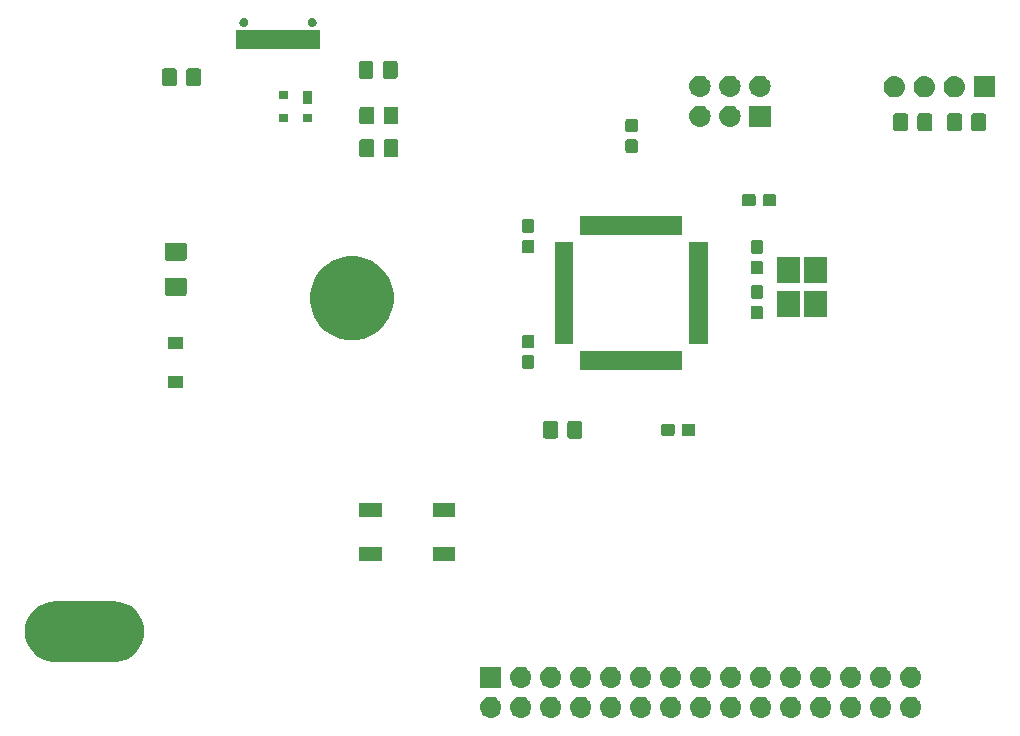
<source format=gbs>
G04 #@! TF.GenerationSoftware,KiCad,Pcbnew,(5.1.0)-1*
G04 #@! TF.CreationDate,2019-07-26T12:40:46+09:00*
G04 #@! TF.ProjectId,ChocIn60,43686f63-496e-4363-902e-6b696361645f,rev?*
G04 #@! TF.SameCoordinates,Original*
G04 #@! TF.FileFunction,Soldermask,Bot*
G04 #@! TF.FilePolarity,Negative*
%FSLAX46Y46*%
G04 Gerber Fmt 4.6, Leading zero omitted, Abs format (unit mm)*
G04 Created by KiCad (PCBNEW (5.1.0)-1) date 2019-07-26 12:40:46*
%MOMM*%
%LPD*%
G04 APERTURE LIST*
%ADD10C,0.100000*%
G04 APERTURE END LIST*
D10*
G36*
X109330443Y-112135519D02*
G01*
X109396627Y-112142037D01*
X109566466Y-112193557D01*
X109722991Y-112277222D01*
X109758729Y-112306552D01*
X109860186Y-112389814D01*
X109943448Y-112491271D01*
X109972778Y-112527009D01*
X110056443Y-112683534D01*
X110107963Y-112853373D01*
X110125359Y-113030000D01*
X110107963Y-113206627D01*
X110056443Y-113376466D01*
X109972778Y-113532991D01*
X109943448Y-113568729D01*
X109860186Y-113670186D01*
X109758729Y-113753448D01*
X109722991Y-113782778D01*
X109566466Y-113866443D01*
X109396627Y-113917963D01*
X109330443Y-113924481D01*
X109264260Y-113931000D01*
X109175740Y-113931000D01*
X109109557Y-113924481D01*
X109043373Y-113917963D01*
X108873534Y-113866443D01*
X108717009Y-113782778D01*
X108681271Y-113753448D01*
X108579814Y-113670186D01*
X108496552Y-113568729D01*
X108467222Y-113532991D01*
X108383557Y-113376466D01*
X108332037Y-113206627D01*
X108314641Y-113030000D01*
X108332037Y-112853373D01*
X108383557Y-112683534D01*
X108467222Y-112527009D01*
X108496552Y-112491271D01*
X108579814Y-112389814D01*
X108681271Y-112306552D01*
X108717009Y-112277222D01*
X108873534Y-112193557D01*
X109043373Y-112142037D01*
X109109557Y-112135519D01*
X109175740Y-112129000D01*
X109264260Y-112129000D01*
X109330443Y-112135519D01*
X109330443Y-112135519D01*
G37*
G36*
X111870443Y-112135519D02*
G01*
X111936627Y-112142037D01*
X112106466Y-112193557D01*
X112262991Y-112277222D01*
X112298729Y-112306552D01*
X112400186Y-112389814D01*
X112483448Y-112491271D01*
X112512778Y-112527009D01*
X112596443Y-112683534D01*
X112647963Y-112853373D01*
X112665359Y-113030000D01*
X112647963Y-113206627D01*
X112596443Y-113376466D01*
X112512778Y-113532991D01*
X112483448Y-113568729D01*
X112400186Y-113670186D01*
X112298729Y-113753448D01*
X112262991Y-113782778D01*
X112106466Y-113866443D01*
X111936627Y-113917963D01*
X111870443Y-113924481D01*
X111804260Y-113931000D01*
X111715740Y-113931000D01*
X111649557Y-113924481D01*
X111583373Y-113917963D01*
X111413534Y-113866443D01*
X111257009Y-113782778D01*
X111221271Y-113753448D01*
X111119814Y-113670186D01*
X111036552Y-113568729D01*
X111007222Y-113532991D01*
X110923557Y-113376466D01*
X110872037Y-113206627D01*
X110854641Y-113030000D01*
X110872037Y-112853373D01*
X110923557Y-112683534D01*
X111007222Y-112527009D01*
X111036552Y-112491271D01*
X111119814Y-112389814D01*
X111221271Y-112306552D01*
X111257009Y-112277222D01*
X111413534Y-112193557D01*
X111583373Y-112142037D01*
X111649557Y-112135519D01*
X111715740Y-112129000D01*
X111804260Y-112129000D01*
X111870443Y-112135519D01*
X111870443Y-112135519D01*
G37*
G36*
X76310443Y-112135519D02*
G01*
X76376627Y-112142037D01*
X76546466Y-112193557D01*
X76702991Y-112277222D01*
X76738729Y-112306552D01*
X76840186Y-112389814D01*
X76923448Y-112491271D01*
X76952778Y-112527009D01*
X77036443Y-112683534D01*
X77087963Y-112853373D01*
X77105359Y-113030000D01*
X77087963Y-113206627D01*
X77036443Y-113376466D01*
X76952778Y-113532991D01*
X76923448Y-113568729D01*
X76840186Y-113670186D01*
X76738729Y-113753448D01*
X76702991Y-113782778D01*
X76546466Y-113866443D01*
X76376627Y-113917963D01*
X76310443Y-113924481D01*
X76244260Y-113931000D01*
X76155740Y-113931000D01*
X76089557Y-113924481D01*
X76023373Y-113917963D01*
X75853534Y-113866443D01*
X75697009Y-113782778D01*
X75661271Y-113753448D01*
X75559814Y-113670186D01*
X75476552Y-113568729D01*
X75447222Y-113532991D01*
X75363557Y-113376466D01*
X75312037Y-113206627D01*
X75294641Y-113030000D01*
X75312037Y-112853373D01*
X75363557Y-112683534D01*
X75447222Y-112527009D01*
X75476552Y-112491271D01*
X75559814Y-112389814D01*
X75661271Y-112306552D01*
X75697009Y-112277222D01*
X75853534Y-112193557D01*
X76023373Y-112142037D01*
X76089557Y-112135519D01*
X76155740Y-112129000D01*
X76244260Y-112129000D01*
X76310443Y-112135519D01*
X76310443Y-112135519D01*
G37*
G36*
X78850443Y-112135519D02*
G01*
X78916627Y-112142037D01*
X79086466Y-112193557D01*
X79242991Y-112277222D01*
X79278729Y-112306552D01*
X79380186Y-112389814D01*
X79463448Y-112491271D01*
X79492778Y-112527009D01*
X79576443Y-112683534D01*
X79627963Y-112853373D01*
X79645359Y-113030000D01*
X79627963Y-113206627D01*
X79576443Y-113376466D01*
X79492778Y-113532991D01*
X79463448Y-113568729D01*
X79380186Y-113670186D01*
X79278729Y-113753448D01*
X79242991Y-113782778D01*
X79086466Y-113866443D01*
X78916627Y-113917963D01*
X78850443Y-113924481D01*
X78784260Y-113931000D01*
X78695740Y-113931000D01*
X78629557Y-113924481D01*
X78563373Y-113917963D01*
X78393534Y-113866443D01*
X78237009Y-113782778D01*
X78201271Y-113753448D01*
X78099814Y-113670186D01*
X78016552Y-113568729D01*
X77987222Y-113532991D01*
X77903557Y-113376466D01*
X77852037Y-113206627D01*
X77834641Y-113030000D01*
X77852037Y-112853373D01*
X77903557Y-112683534D01*
X77987222Y-112527009D01*
X78016552Y-112491271D01*
X78099814Y-112389814D01*
X78201271Y-112306552D01*
X78237009Y-112277222D01*
X78393534Y-112193557D01*
X78563373Y-112142037D01*
X78629557Y-112135519D01*
X78695740Y-112129000D01*
X78784260Y-112129000D01*
X78850443Y-112135519D01*
X78850443Y-112135519D01*
G37*
G36*
X81390443Y-112135519D02*
G01*
X81456627Y-112142037D01*
X81626466Y-112193557D01*
X81782991Y-112277222D01*
X81818729Y-112306552D01*
X81920186Y-112389814D01*
X82003448Y-112491271D01*
X82032778Y-112527009D01*
X82116443Y-112683534D01*
X82167963Y-112853373D01*
X82185359Y-113030000D01*
X82167963Y-113206627D01*
X82116443Y-113376466D01*
X82032778Y-113532991D01*
X82003448Y-113568729D01*
X81920186Y-113670186D01*
X81818729Y-113753448D01*
X81782991Y-113782778D01*
X81626466Y-113866443D01*
X81456627Y-113917963D01*
X81390443Y-113924481D01*
X81324260Y-113931000D01*
X81235740Y-113931000D01*
X81169557Y-113924481D01*
X81103373Y-113917963D01*
X80933534Y-113866443D01*
X80777009Y-113782778D01*
X80741271Y-113753448D01*
X80639814Y-113670186D01*
X80556552Y-113568729D01*
X80527222Y-113532991D01*
X80443557Y-113376466D01*
X80392037Y-113206627D01*
X80374641Y-113030000D01*
X80392037Y-112853373D01*
X80443557Y-112683534D01*
X80527222Y-112527009D01*
X80556552Y-112491271D01*
X80639814Y-112389814D01*
X80741271Y-112306552D01*
X80777009Y-112277222D01*
X80933534Y-112193557D01*
X81103373Y-112142037D01*
X81169557Y-112135519D01*
X81235740Y-112129000D01*
X81324260Y-112129000D01*
X81390443Y-112135519D01*
X81390443Y-112135519D01*
G37*
G36*
X83930443Y-112135519D02*
G01*
X83996627Y-112142037D01*
X84166466Y-112193557D01*
X84322991Y-112277222D01*
X84358729Y-112306552D01*
X84460186Y-112389814D01*
X84543448Y-112491271D01*
X84572778Y-112527009D01*
X84656443Y-112683534D01*
X84707963Y-112853373D01*
X84725359Y-113030000D01*
X84707963Y-113206627D01*
X84656443Y-113376466D01*
X84572778Y-113532991D01*
X84543448Y-113568729D01*
X84460186Y-113670186D01*
X84358729Y-113753448D01*
X84322991Y-113782778D01*
X84166466Y-113866443D01*
X83996627Y-113917963D01*
X83930443Y-113924481D01*
X83864260Y-113931000D01*
X83775740Y-113931000D01*
X83709557Y-113924481D01*
X83643373Y-113917963D01*
X83473534Y-113866443D01*
X83317009Y-113782778D01*
X83281271Y-113753448D01*
X83179814Y-113670186D01*
X83096552Y-113568729D01*
X83067222Y-113532991D01*
X82983557Y-113376466D01*
X82932037Y-113206627D01*
X82914641Y-113030000D01*
X82932037Y-112853373D01*
X82983557Y-112683534D01*
X83067222Y-112527009D01*
X83096552Y-112491271D01*
X83179814Y-112389814D01*
X83281271Y-112306552D01*
X83317009Y-112277222D01*
X83473534Y-112193557D01*
X83643373Y-112142037D01*
X83709557Y-112135519D01*
X83775740Y-112129000D01*
X83864260Y-112129000D01*
X83930443Y-112135519D01*
X83930443Y-112135519D01*
G37*
G36*
X86470443Y-112135519D02*
G01*
X86536627Y-112142037D01*
X86706466Y-112193557D01*
X86862991Y-112277222D01*
X86898729Y-112306552D01*
X87000186Y-112389814D01*
X87083448Y-112491271D01*
X87112778Y-112527009D01*
X87196443Y-112683534D01*
X87247963Y-112853373D01*
X87265359Y-113030000D01*
X87247963Y-113206627D01*
X87196443Y-113376466D01*
X87112778Y-113532991D01*
X87083448Y-113568729D01*
X87000186Y-113670186D01*
X86898729Y-113753448D01*
X86862991Y-113782778D01*
X86706466Y-113866443D01*
X86536627Y-113917963D01*
X86470443Y-113924481D01*
X86404260Y-113931000D01*
X86315740Y-113931000D01*
X86249557Y-113924481D01*
X86183373Y-113917963D01*
X86013534Y-113866443D01*
X85857009Y-113782778D01*
X85821271Y-113753448D01*
X85719814Y-113670186D01*
X85636552Y-113568729D01*
X85607222Y-113532991D01*
X85523557Y-113376466D01*
X85472037Y-113206627D01*
X85454641Y-113030000D01*
X85472037Y-112853373D01*
X85523557Y-112683534D01*
X85607222Y-112527009D01*
X85636552Y-112491271D01*
X85719814Y-112389814D01*
X85821271Y-112306552D01*
X85857009Y-112277222D01*
X86013534Y-112193557D01*
X86183373Y-112142037D01*
X86249557Y-112135519D01*
X86315740Y-112129000D01*
X86404260Y-112129000D01*
X86470443Y-112135519D01*
X86470443Y-112135519D01*
G37*
G36*
X89010443Y-112135519D02*
G01*
X89076627Y-112142037D01*
X89246466Y-112193557D01*
X89402991Y-112277222D01*
X89438729Y-112306552D01*
X89540186Y-112389814D01*
X89623448Y-112491271D01*
X89652778Y-112527009D01*
X89736443Y-112683534D01*
X89787963Y-112853373D01*
X89805359Y-113030000D01*
X89787963Y-113206627D01*
X89736443Y-113376466D01*
X89652778Y-113532991D01*
X89623448Y-113568729D01*
X89540186Y-113670186D01*
X89438729Y-113753448D01*
X89402991Y-113782778D01*
X89246466Y-113866443D01*
X89076627Y-113917963D01*
X89010443Y-113924481D01*
X88944260Y-113931000D01*
X88855740Y-113931000D01*
X88789557Y-113924481D01*
X88723373Y-113917963D01*
X88553534Y-113866443D01*
X88397009Y-113782778D01*
X88361271Y-113753448D01*
X88259814Y-113670186D01*
X88176552Y-113568729D01*
X88147222Y-113532991D01*
X88063557Y-113376466D01*
X88012037Y-113206627D01*
X87994641Y-113030000D01*
X88012037Y-112853373D01*
X88063557Y-112683534D01*
X88147222Y-112527009D01*
X88176552Y-112491271D01*
X88259814Y-112389814D01*
X88361271Y-112306552D01*
X88397009Y-112277222D01*
X88553534Y-112193557D01*
X88723373Y-112142037D01*
X88789557Y-112135519D01*
X88855740Y-112129000D01*
X88944260Y-112129000D01*
X89010443Y-112135519D01*
X89010443Y-112135519D01*
G37*
G36*
X94090443Y-112135519D02*
G01*
X94156627Y-112142037D01*
X94326466Y-112193557D01*
X94482991Y-112277222D01*
X94518729Y-112306552D01*
X94620186Y-112389814D01*
X94703448Y-112491271D01*
X94732778Y-112527009D01*
X94816443Y-112683534D01*
X94867963Y-112853373D01*
X94885359Y-113030000D01*
X94867963Y-113206627D01*
X94816443Y-113376466D01*
X94732778Y-113532991D01*
X94703448Y-113568729D01*
X94620186Y-113670186D01*
X94518729Y-113753448D01*
X94482991Y-113782778D01*
X94326466Y-113866443D01*
X94156627Y-113917963D01*
X94090443Y-113924481D01*
X94024260Y-113931000D01*
X93935740Y-113931000D01*
X93869557Y-113924481D01*
X93803373Y-113917963D01*
X93633534Y-113866443D01*
X93477009Y-113782778D01*
X93441271Y-113753448D01*
X93339814Y-113670186D01*
X93256552Y-113568729D01*
X93227222Y-113532991D01*
X93143557Y-113376466D01*
X93092037Y-113206627D01*
X93074641Y-113030000D01*
X93092037Y-112853373D01*
X93143557Y-112683534D01*
X93227222Y-112527009D01*
X93256552Y-112491271D01*
X93339814Y-112389814D01*
X93441271Y-112306552D01*
X93477009Y-112277222D01*
X93633534Y-112193557D01*
X93803373Y-112142037D01*
X93869557Y-112135519D01*
X93935740Y-112129000D01*
X94024260Y-112129000D01*
X94090443Y-112135519D01*
X94090443Y-112135519D01*
G37*
G36*
X96630443Y-112135519D02*
G01*
X96696627Y-112142037D01*
X96866466Y-112193557D01*
X97022991Y-112277222D01*
X97058729Y-112306552D01*
X97160186Y-112389814D01*
X97243448Y-112491271D01*
X97272778Y-112527009D01*
X97356443Y-112683534D01*
X97407963Y-112853373D01*
X97425359Y-113030000D01*
X97407963Y-113206627D01*
X97356443Y-113376466D01*
X97272778Y-113532991D01*
X97243448Y-113568729D01*
X97160186Y-113670186D01*
X97058729Y-113753448D01*
X97022991Y-113782778D01*
X96866466Y-113866443D01*
X96696627Y-113917963D01*
X96630443Y-113924481D01*
X96564260Y-113931000D01*
X96475740Y-113931000D01*
X96409557Y-113924481D01*
X96343373Y-113917963D01*
X96173534Y-113866443D01*
X96017009Y-113782778D01*
X95981271Y-113753448D01*
X95879814Y-113670186D01*
X95796552Y-113568729D01*
X95767222Y-113532991D01*
X95683557Y-113376466D01*
X95632037Y-113206627D01*
X95614641Y-113030000D01*
X95632037Y-112853373D01*
X95683557Y-112683534D01*
X95767222Y-112527009D01*
X95796552Y-112491271D01*
X95879814Y-112389814D01*
X95981271Y-112306552D01*
X96017009Y-112277222D01*
X96173534Y-112193557D01*
X96343373Y-112142037D01*
X96409557Y-112135519D01*
X96475740Y-112129000D01*
X96564260Y-112129000D01*
X96630443Y-112135519D01*
X96630443Y-112135519D01*
G37*
G36*
X99170443Y-112135519D02*
G01*
X99236627Y-112142037D01*
X99406466Y-112193557D01*
X99562991Y-112277222D01*
X99598729Y-112306552D01*
X99700186Y-112389814D01*
X99783448Y-112491271D01*
X99812778Y-112527009D01*
X99896443Y-112683534D01*
X99947963Y-112853373D01*
X99965359Y-113030000D01*
X99947963Y-113206627D01*
X99896443Y-113376466D01*
X99812778Y-113532991D01*
X99783448Y-113568729D01*
X99700186Y-113670186D01*
X99598729Y-113753448D01*
X99562991Y-113782778D01*
X99406466Y-113866443D01*
X99236627Y-113917963D01*
X99170443Y-113924481D01*
X99104260Y-113931000D01*
X99015740Y-113931000D01*
X98949557Y-113924481D01*
X98883373Y-113917963D01*
X98713534Y-113866443D01*
X98557009Y-113782778D01*
X98521271Y-113753448D01*
X98419814Y-113670186D01*
X98336552Y-113568729D01*
X98307222Y-113532991D01*
X98223557Y-113376466D01*
X98172037Y-113206627D01*
X98154641Y-113030000D01*
X98172037Y-112853373D01*
X98223557Y-112683534D01*
X98307222Y-112527009D01*
X98336552Y-112491271D01*
X98419814Y-112389814D01*
X98521271Y-112306552D01*
X98557009Y-112277222D01*
X98713534Y-112193557D01*
X98883373Y-112142037D01*
X98949557Y-112135519D01*
X99015740Y-112129000D01*
X99104260Y-112129000D01*
X99170443Y-112135519D01*
X99170443Y-112135519D01*
G37*
G36*
X101710443Y-112135519D02*
G01*
X101776627Y-112142037D01*
X101946466Y-112193557D01*
X102102991Y-112277222D01*
X102138729Y-112306552D01*
X102240186Y-112389814D01*
X102323448Y-112491271D01*
X102352778Y-112527009D01*
X102436443Y-112683534D01*
X102487963Y-112853373D01*
X102505359Y-113030000D01*
X102487963Y-113206627D01*
X102436443Y-113376466D01*
X102352778Y-113532991D01*
X102323448Y-113568729D01*
X102240186Y-113670186D01*
X102138729Y-113753448D01*
X102102991Y-113782778D01*
X101946466Y-113866443D01*
X101776627Y-113917963D01*
X101710443Y-113924481D01*
X101644260Y-113931000D01*
X101555740Y-113931000D01*
X101489557Y-113924481D01*
X101423373Y-113917963D01*
X101253534Y-113866443D01*
X101097009Y-113782778D01*
X101061271Y-113753448D01*
X100959814Y-113670186D01*
X100876552Y-113568729D01*
X100847222Y-113532991D01*
X100763557Y-113376466D01*
X100712037Y-113206627D01*
X100694641Y-113030000D01*
X100712037Y-112853373D01*
X100763557Y-112683534D01*
X100847222Y-112527009D01*
X100876552Y-112491271D01*
X100959814Y-112389814D01*
X101061271Y-112306552D01*
X101097009Y-112277222D01*
X101253534Y-112193557D01*
X101423373Y-112142037D01*
X101489557Y-112135519D01*
X101555740Y-112129000D01*
X101644260Y-112129000D01*
X101710443Y-112135519D01*
X101710443Y-112135519D01*
G37*
G36*
X104250443Y-112135519D02*
G01*
X104316627Y-112142037D01*
X104486466Y-112193557D01*
X104642991Y-112277222D01*
X104678729Y-112306552D01*
X104780186Y-112389814D01*
X104863448Y-112491271D01*
X104892778Y-112527009D01*
X104976443Y-112683534D01*
X105027963Y-112853373D01*
X105045359Y-113030000D01*
X105027963Y-113206627D01*
X104976443Y-113376466D01*
X104892778Y-113532991D01*
X104863448Y-113568729D01*
X104780186Y-113670186D01*
X104678729Y-113753448D01*
X104642991Y-113782778D01*
X104486466Y-113866443D01*
X104316627Y-113917963D01*
X104250443Y-113924481D01*
X104184260Y-113931000D01*
X104095740Y-113931000D01*
X104029557Y-113924481D01*
X103963373Y-113917963D01*
X103793534Y-113866443D01*
X103637009Y-113782778D01*
X103601271Y-113753448D01*
X103499814Y-113670186D01*
X103416552Y-113568729D01*
X103387222Y-113532991D01*
X103303557Y-113376466D01*
X103252037Y-113206627D01*
X103234641Y-113030000D01*
X103252037Y-112853373D01*
X103303557Y-112683534D01*
X103387222Y-112527009D01*
X103416552Y-112491271D01*
X103499814Y-112389814D01*
X103601271Y-112306552D01*
X103637009Y-112277222D01*
X103793534Y-112193557D01*
X103963373Y-112142037D01*
X104029557Y-112135519D01*
X104095740Y-112129000D01*
X104184260Y-112129000D01*
X104250443Y-112135519D01*
X104250443Y-112135519D01*
G37*
G36*
X106790443Y-112135519D02*
G01*
X106856627Y-112142037D01*
X107026466Y-112193557D01*
X107182991Y-112277222D01*
X107218729Y-112306552D01*
X107320186Y-112389814D01*
X107403448Y-112491271D01*
X107432778Y-112527009D01*
X107516443Y-112683534D01*
X107567963Y-112853373D01*
X107585359Y-113030000D01*
X107567963Y-113206627D01*
X107516443Y-113376466D01*
X107432778Y-113532991D01*
X107403448Y-113568729D01*
X107320186Y-113670186D01*
X107218729Y-113753448D01*
X107182991Y-113782778D01*
X107026466Y-113866443D01*
X106856627Y-113917963D01*
X106790443Y-113924481D01*
X106724260Y-113931000D01*
X106635740Y-113931000D01*
X106569557Y-113924481D01*
X106503373Y-113917963D01*
X106333534Y-113866443D01*
X106177009Y-113782778D01*
X106141271Y-113753448D01*
X106039814Y-113670186D01*
X105956552Y-113568729D01*
X105927222Y-113532991D01*
X105843557Y-113376466D01*
X105792037Y-113206627D01*
X105774641Y-113030000D01*
X105792037Y-112853373D01*
X105843557Y-112683534D01*
X105927222Y-112527009D01*
X105956552Y-112491271D01*
X106039814Y-112389814D01*
X106141271Y-112306552D01*
X106177009Y-112277222D01*
X106333534Y-112193557D01*
X106503373Y-112142037D01*
X106569557Y-112135519D01*
X106635740Y-112129000D01*
X106724260Y-112129000D01*
X106790443Y-112135519D01*
X106790443Y-112135519D01*
G37*
G36*
X91550443Y-112135519D02*
G01*
X91616627Y-112142037D01*
X91786466Y-112193557D01*
X91942991Y-112277222D01*
X91978729Y-112306552D01*
X92080186Y-112389814D01*
X92163448Y-112491271D01*
X92192778Y-112527009D01*
X92276443Y-112683534D01*
X92327963Y-112853373D01*
X92345359Y-113030000D01*
X92327963Y-113206627D01*
X92276443Y-113376466D01*
X92192778Y-113532991D01*
X92163448Y-113568729D01*
X92080186Y-113670186D01*
X91978729Y-113753448D01*
X91942991Y-113782778D01*
X91786466Y-113866443D01*
X91616627Y-113917963D01*
X91550443Y-113924481D01*
X91484260Y-113931000D01*
X91395740Y-113931000D01*
X91329557Y-113924481D01*
X91263373Y-113917963D01*
X91093534Y-113866443D01*
X90937009Y-113782778D01*
X90901271Y-113753448D01*
X90799814Y-113670186D01*
X90716552Y-113568729D01*
X90687222Y-113532991D01*
X90603557Y-113376466D01*
X90552037Y-113206627D01*
X90534641Y-113030000D01*
X90552037Y-112853373D01*
X90603557Y-112683534D01*
X90687222Y-112527009D01*
X90716552Y-112491271D01*
X90799814Y-112389814D01*
X90901271Y-112306552D01*
X90937009Y-112277222D01*
X91093534Y-112193557D01*
X91263373Y-112142037D01*
X91329557Y-112135519D01*
X91395740Y-112129000D01*
X91484260Y-112129000D01*
X91550443Y-112135519D01*
X91550443Y-112135519D01*
G37*
G36*
X81390442Y-109595518D02*
G01*
X81456627Y-109602037D01*
X81626466Y-109653557D01*
X81782991Y-109737222D01*
X81818729Y-109766552D01*
X81920186Y-109849814D01*
X82003448Y-109951271D01*
X82032778Y-109987009D01*
X82116443Y-110143534D01*
X82167963Y-110313373D01*
X82185359Y-110490000D01*
X82167963Y-110666627D01*
X82116443Y-110836466D01*
X82032778Y-110992991D01*
X82003448Y-111028729D01*
X81920186Y-111130186D01*
X81818729Y-111213448D01*
X81782991Y-111242778D01*
X81626466Y-111326443D01*
X81456627Y-111377963D01*
X81390443Y-111384481D01*
X81324260Y-111391000D01*
X81235740Y-111391000D01*
X81169557Y-111384481D01*
X81103373Y-111377963D01*
X80933534Y-111326443D01*
X80777009Y-111242778D01*
X80741271Y-111213448D01*
X80639814Y-111130186D01*
X80556552Y-111028729D01*
X80527222Y-110992991D01*
X80443557Y-110836466D01*
X80392037Y-110666627D01*
X80374641Y-110490000D01*
X80392037Y-110313373D01*
X80443557Y-110143534D01*
X80527222Y-109987009D01*
X80556552Y-109951271D01*
X80639814Y-109849814D01*
X80741271Y-109766552D01*
X80777009Y-109737222D01*
X80933534Y-109653557D01*
X81103373Y-109602037D01*
X81169558Y-109595518D01*
X81235740Y-109589000D01*
X81324260Y-109589000D01*
X81390442Y-109595518D01*
X81390442Y-109595518D01*
G37*
G36*
X77101000Y-111391000D02*
G01*
X75299000Y-111391000D01*
X75299000Y-109589000D01*
X77101000Y-109589000D01*
X77101000Y-111391000D01*
X77101000Y-111391000D01*
G37*
G36*
X78850442Y-109595518D02*
G01*
X78916627Y-109602037D01*
X79086466Y-109653557D01*
X79242991Y-109737222D01*
X79278729Y-109766552D01*
X79380186Y-109849814D01*
X79463448Y-109951271D01*
X79492778Y-109987009D01*
X79576443Y-110143534D01*
X79627963Y-110313373D01*
X79645359Y-110490000D01*
X79627963Y-110666627D01*
X79576443Y-110836466D01*
X79492778Y-110992991D01*
X79463448Y-111028729D01*
X79380186Y-111130186D01*
X79278729Y-111213448D01*
X79242991Y-111242778D01*
X79086466Y-111326443D01*
X78916627Y-111377963D01*
X78850443Y-111384481D01*
X78784260Y-111391000D01*
X78695740Y-111391000D01*
X78629557Y-111384481D01*
X78563373Y-111377963D01*
X78393534Y-111326443D01*
X78237009Y-111242778D01*
X78201271Y-111213448D01*
X78099814Y-111130186D01*
X78016552Y-111028729D01*
X77987222Y-110992991D01*
X77903557Y-110836466D01*
X77852037Y-110666627D01*
X77834641Y-110490000D01*
X77852037Y-110313373D01*
X77903557Y-110143534D01*
X77987222Y-109987009D01*
X78016552Y-109951271D01*
X78099814Y-109849814D01*
X78201271Y-109766552D01*
X78237009Y-109737222D01*
X78393534Y-109653557D01*
X78563373Y-109602037D01*
X78629558Y-109595518D01*
X78695740Y-109589000D01*
X78784260Y-109589000D01*
X78850442Y-109595518D01*
X78850442Y-109595518D01*
G37*
G36*
X83930442Y-109595518D02*
G01*
X83996627Y-109602037D01*
X84166466Y-109653557D01*
X84322991Y-109737222D01*
X84358729Y-109766552D01*
X84460186Y-109849814D01*
X84543448Y-109951271D01*
X84572778Y-109987009D01*
X84656443Y-110143534D01*
X84707963Y-110313373D01*
X84725359Y-110490000D01*
X84707963Y-110666627D01*
X84656443Y-110836466D01*
X84572778Y-110992991D01*
X84543448Y-111028729D01*
X84460186Y-111130186D01*
X84358729Y-111213448D01*
X84322991Y-111242778D01*
X84166466Y-111326443D01*
X83996627Y-111377963D01*
X83930443Y-111384481D01*
X83864260Y-111391000D01*
X83775740Y-111391000D01*
X83709557Y-111384481D01*
X83643373Y-111377963D01*
X83473534Y-111326443D01*
X83317009Y-111242778D01*
X83281271Y-111213448D01*
X83179814Y-111130186D01*
X83096552Y-111028729D01*
X83067222Y-110992991D01*
X82983557Y-110836466D01*
X82932037Y-110666627D01*
X82914641Y-110490000D01*
X82932037Y-110313373D01*
X82983557Y-110143534D01*
X83067222Y-109987009D01*
X83096552Y-109951271D01*
X83179814Y-109849814D01*
X83281271Y-109766552D01*
X83317009Y-109737222D01*
X83473534Y-109653557D01*
X83643373Y-109602037D01*
X83709558Y-109595518D01*
X83775740Y-109589000D01*
X83864260Y-109589000D01*
X83930442Y-109595518D01*
X83930442Y-109595518D01*
G37*
G36*
X86470442Y-109595518D02*
G01*
X86536627Y-109602037D01*
X86706466Y-109653557D01*
X86862991Y-109737222D01*
X86898729Y-109766552D01*
X87000186Y-109849814D01*
X87083448Y-109951271D01*
X87112778Y-109987009D01*
X87196443Y-110143534D01*
X87247963Y-110313373D01*
X87265359Y-110490000D01*
X87247963Y-110666627D01*
X87196443Y-110836466D01*
X87112778Y-110992991D01*
X87083448Y-111028729D01*
X87000186Y-111130186D01*
X86898729Y-111213448D01*
X86862991Y-111242778D01*
X86706466Y-111326443D01*
X86536627Y-111377963D01*
X86470443Y-111384481D01*
X86404260Y-111391000D01*
X86315740Y-111391000D01*
X86249557Y-111384481D01*
X86183373Y-111377963D01*
X86013534Y-111326443D01*
X85857009Y-111242778D01*
X85821271Y-111213448D01*
X85719814Y-111130186D01*
X85636552Y-111028729D01*
X85607222Y-110992991D01*
X85523557Y-110836466D01*
X85472037Y-110666627D01*
X85454641Y-110490000D01*
X85472037Y-110313373D01*
X85523557Y-110143534D01*
X85607222Y-109987009D01*
X85636552Y-109951271D01*
X85719814Y-109849814D01*
X85821271Y-109766552D01*
X85857009Y-109737222D01*
X86013534Y-109653557D01*
X86183373Y-109602037D01*
X86249558Y-109595518D01*
X86315740Y-109589000D01*
X86404260Y-109589000D01*
X86470442Y-109595518D01*
X86470442Y-109595518D01*
G37*
G36*
X89010442Y-109595518D02*
G01*
X89076627Y-109602037D01*
X89246466Y-109653557D01*
X89402991Y-109737222D01*
X89438729Y-109766552D01*
X89540186Y-109849814D01*
X89623448Y-109951271D01*
X89652778Y-109987009D01*
X89736443Y-110143534D01*
X89787963Y-110313373D01*
X89805359Y-110490000D01*
X89787963Y-110666627D01*
X89736443Y-110836466D01*
X89652778Y-110992991D01*
X89623448Y-111028729D01*
X89540186Y-111130186D01*
X89438729Y-111213448D01*
X89402991Y-111242778D01*
X89246466Y-111326443D01*
X89076627Y-111377963D01*
X89010443Y-111384481D01*
X88944260Y-111391000D01*
X88855740Y-111391000D01*
X88789557Y-111384481D01*
X88723373Y-111377963D01*
X88553534Y-111326443D01*
X88397009Y-111242778D01*
X88361271Y-111213448D01*
X88259814Y-111130186D01*
X88176552Y-111028729D01*
X88147222Y-110992991D01*
X88063557Y-110836466D01*
X88012037Y-110666627D01*
X87994641Y-110490000D01*
X88012037Y-110313373D01*
X88063557Y-110143534D01*
X88147222Y-109987009D01*
X88176552Y-109951271D01*
X88259814Y-109849814D01*
X88361271Y-109766552D01*
X88397009Y-109737222D01*
X88553534Y-109653557D01*
X88723373Y-109602037D01*
X88789558Y-109595518D01*
X88855740Y-109589000D01*
X88944260Y-109589000D01*
X89010442Y-109595518D01*
X89010442Y-109595518D01*
G37*
G36*
X91550442Y-109595518D02*
G01*
X91616627Y-109602037D01*
X91786466Y-109653557D01*
X91942991Y-109737222D01*
X91978729Y-109766552D01*
X92080186Y-109849814D01*
X92163448Y-109951271D01*
X92192778Y-109987009D01*
X92276443Y-110143534D01*
X92327963Y-110313373D01*
X92345359Y-110490000D01*
X92327963Y-110666627D01*
X92276443Y-110836466D01*
X92192778Y-110992991D01*
X92163448Y-111028729D01*
X92080186Y-111130186D01*
X91978729Y-111213448D01*
X91942991Y-111242778D01*
X91786466Y-111326443D01*
X91616627Y-111377963D01*
X91550443Y-111384481D01*
X91484260Y-111391000D01*
X91395740Y-111391000D01*
X91329557Y-111384481D01*
X91263373Y-111377963D01*
X91093534Y-111326443D01*
X90937009Y-111242778D01*
X90901271Y-111213448D01*
X90799814Y-111130186D01*
X90716552Y-111028729D01*
X90687222Y-110992991D01*
X90603557Y-110836466D01*
X90552037Y-110666627D01*
X90534641Y-110490000D01*
X90552037Y-110313373D01*
X90603557Y-110143534D01*
X90687222Y-109987009D01*
X90716552Y-109951271D01*
X90799814Y-109849814D01*
X90901271Y-109766552D01*
X90937009Y-109737222D01*
X91093534Y-109653557D01*
X91263373Y-109602037D01*
X91329558Y-109595518D01*
X91395740Y-109589000D01*
X91484260Y-109589000D01*
X91550442Y-109595518D01*
X91550442Y-109595518D01*
G37*
G36*
X99170442Y-109595518D02*
G01*
X99236627Y-109602037D01*
X99406466Y-109653557D01*
X99562991Y-109737222D01*
X99598729Y-109766552D01*
X99700186Y-109849814D01*
X99783448Y-109951271D01*
X99812778Y-109987009D01*
X99896443Y-110143534D01*
X99947963Y-110313373D01*
X99965359Y-110490000D01*
X99947963Y-110666627D01*
X99896443Y-110836466D01*
X99812778Y-110992991D01*
X99783448Y-111028729D01*
X99700186Y-111130186D01*
X99598729Y-111213448D01*
X99562991Y-111242778D01*
X99406466Y-111326443D01*
X99236627Y-111377963D01*
X99170443Y-111384481D01*
X99104260Y-111391000D01*
X99015740Y-111391000D01*
X98949557Y-111384481D01*
X98883373Y-111377963D01*
X98713534Y-111326443D01*
X98557009Y-111242778D01*
X98521271Y-111213448D01*
X98419814Y-111130186D01*
X98336552Y-111028729D01*
X98307222Y-110992991D01*
X98223557Y-110836466D01*
X98172037Y-110666627D01*
X98154641Y-110490000D01*
X98172037Y-110313373D01*
X98223557Y-110143534D01*
X98307222Y-109987009D01*
X98336552Y-109951271D01*
X98419814Y-109849814D01*
X98521271Y-109766552D01*
X98557009Y-109737222D01*
X98713534Y-109653557D01*
X98883373Y-109602037D01*
X98949558Y-109595518D01*
X99015740Y-109589000D01*
X99104260Y-109589000D01*
X99170442Y-109595518D01*
X99170442Y-109595518D01*
G37*
G36*
X101710442Y-109595518D02*
G01*
X101776627Y-109602037D01*
X101946466Y-109653557D01*
X102102991Y-109737222D01*
X102138729Y-109766552D01*
X102240186Y-109849814D01*
X102323448Y-109951271D01*
X102352778Y-109987009D01*
X102436443Y-110143534D01*
X102487963Y-110313373D01*
X102505359Y-110490000D01*
X102487963Y-110666627D01*
X102436443Y-110836466D01*
X102352778Y-110992991D01*
X102323448Y-111028729D01*
X102240186Y-111130186D01*
X102138729Y-111213448D01*
X102102991Y-111242778D01*
X101946466Y-111326443D01*
X101776627Y-111377963D01*
X101710443Y-111384481D01*
X101644260Y-111391000D01*
X101555740Y-111391000D01*
X101489557Y-111384481D01*
X101423373Y-111377963D01*
X101253534Y-111326443D01*
X101097009Y-111242778D01*
X101061271Y-111213448D01*
X100959814Y-111130186D01*
X100876552Y-111028729D01*
X100847222Y-110992991D01*
X100763557Y-110836466D01*
X100712037Y-110666627D01*
X100694641Y-110490000D01*
X100712037Y-110313373D01*
X100763557Y-110143534D01*
X100847222Y-109987009D01*
X100876552Y-109951271D01*
X100959814Y-109849814D01*
X101061271Y-109766552D01*
X101097009Y-109737222D01*
X101253534Y-109653557D01*
X101423373Y-109602037D01*
X101489558Y-109595518D01*
X101555740Y-109589000D01*
X101644260Y-109589000D01*
X101710442Y-109595518D01*
X101710442Y-109595518D01*
G37*
G36*
X109330442Y-109595518D02*
G01*
X109396627Y-109602037D01*
X109566466Y-109653557D01*
X109722991Y-109737222D01*
X109758729Y-109766552D01*
X109860186Y-109849814D01*
X109943448Y-109951271D01*
X109972778Y-109987009D01*
X110056443Y-110143534D01*
X110107963Y-110313373D01*
X110125359Y-110490000D01*
X110107963Y-110666627D01*
X110056443Y-110836466D01*
X109972778Y-110992991D01*
X109943448Y-111028729D01*
X109860186Y-111130186D01*
X109758729Y-111213448D01*
X109722991Y-111242778D01*
X109566466Y-111326443D01*
X109396627Y-111377963D01*
X109330443Y-111384481D01*
X109264260Y-111391000D01*
X109175740Y-111391000D01*
X109109557Y-111384481D01*
X109043373Y-111377963D01*
X108873534Y-111326443D01*
X108717009Y-111242778D01*
X108681271Y-111213448D01*
X108579814Y-111130186D01*
X108496552Y-111028729D01*
X108467222Y-110992991D01*
X108383557Y-110836466D01*
X108332037Y-110666627D01*
X108314641Y-110490000D01*
X108332037Y-110313373D01*
X108383557Y-110143534D01*
X108467222Y-109987009D01*
X108496552Y-109951271D01*
X108579814Y-109849814D01*
X108681271Y-109766552D01*
X108717009Y-109737222D01*
X108873534Y-109653557D01*
X109043373Y-109602037D01*
X109109558Y-109595518D01*
X109175740Y-109589000D01*
X109264260Y-109589000D01*
X109330442Y-109595518D01*
X109330442Y-109595518D01*
G37*
G36*
X104250442Y-109595518D02*
G01*
X104316627Y-109602037D01*
X104486466Y-109653557D01*
X104642991Y-109737222D01*
X104678729Y-109766552D01*
X104780186Y-109849814D01*
X104863448Y-109951271D01*
X104892778Y-109987009D01*
X104976443Y-110143534D01*
X105027963Y-110313373D01*
X105045359Y-110490000D01*
X105027963Y-110666627D01*
X104976443Y-110836466D01*
X104892778Y-110992991D01*
X104863448Y-111028729D01*
X104780186Y-111130186D01*
X104678729Y-111213448D01*
X104642991Y-111242778D01*
X104486466Y-111326443D01*
X104316627Y-111377963D01*
X104250443Y-111384481D01*
X104184260Y-111391000D01*
X104095740Y-111391000D01*
X104029557Y-111384481D01*
X103963373Y-111377963D01*
X103793534Y-111326443D01*
X103637009Y-111242778D01*
X103601271Y-111213448D01*
X103499814Y-111130186D01*
X103416552Y-111028729D01*
X103387222Y-110992991D01*
X103303557Y-110836466D01*
X103252037Y-110666627D01*
X103234641Y-110490000D01*
X103252037Y-110313373D01*
X103303557Y-110143534D01*
X103387222Y-109987009D01*
X103416552Y-109951271D01*
X103499814Y-109849814D01*
X103601271Y-109766552D01*
X103637009Y-109737222D01*
X103793534Y-109653557D01*
X103963373Y-109602037D01*
X104029558Y-109595518D01*
X104095740Y-109589000D01*
X104184260Y-109589000D01*
X104250442Y-109595518D01*
X104250442Y-109595518D01*
G37*
G36*
X111870442Y-109595518D02*
G01*
X111936627Y-109602037D01*
X112106466Y-109653557D01*
X112262991Y-109737222D01*
X112298729Y-109766552D01*
X112400186Y-109849814D01*
X112483448Y-109951271D01*
X112512778Y-109987009D01*
X112596443Y-110143534D01*
X112647963Y-110313373D01*
X112665359Y-110490000D01*
X112647963Y-110666627D01*
X112596443Y-110836466D01*
X112512778Y-110992991D01*
X112483448Y-111028729D01*
X112400186Y-111130186D01*
X112298729Y-111213448D01*
X112262991Y-111242778D01*
X112106466Y-111326443D01*
X111936627Y-111377963D01*
X111870443Y-111384481D01*
X111804260Y-111391000D01*
X111715740Y-111391000D01*
X111649557Y-111384481D01*
X111583373Y-111377963D01*
X111413534Y-111326443D01*
X111257009Y-111242778D01*
X111221271Y-111213448D01*
X111119814Y-111130186D01*
X111036552Y-111028729D01*
X111007222Y-110992991D01*
X110923557Y-110836466D01*
X110872037Y-110666627D01*
X110854641Y-110490000D01*
X110872037Y-110313373D01*
X110923557Y-110143534D01*
X111007222Y-109987009D01*
X111036552Y-109951271D01*
X111119814Y-109849814D01*
X111221271Y-109766552D01*
X111257009Y-109737222D01*
X111413534Y-109653557D01*
X111583373Y-109602037D01*
X111649558Y-109595518D01*
X111715740Y-109589000D01*
X111804260Y-109589000D01*
X111870442Y-109595518D01*
X111870442Y-109595518D01*
G37*
G36*
X106790442Y-109595518D02*
G01*
X106856627Y-109602037D01*
X107026466Y-109653557D01*
X107182991Y-109737222D01*
X107218729Y-109766552D01*
X107320186Y-109849814D01*
X107403448Y-109951271D01*
X107432778Y-109987009D01*
X107516443Y-110143534D01*
X107567963Y-110313373D01*
X107585359Y-110490000D01*
X107567963Y-110666627D01*
X107516443Y-110836466D01*
X107432778Y-110992991D01*
X107403448Y-111028729D01*
X107320186Y-111130186D01*
X107218729Y-111213448D01*
X107182991Y-111242778D01*
X107026466Y-111326443D01*
X106856627Y-111377963D01*
X106790443Y-111384481D01*
X106724260Y-111391000D01*
X106635740Y-111391000D01*
X106569557Y-111384481D01*
X106503373Y-111377963D01*
X106333534Y-111326443D01*
X106177009Y-111242778D01*
X106141271Y-111213448D01*
X106039814Y-111130186D01*
X105956552Y-111028729D01*
X105927222Y-110992991D01*
X105843557Y-110836466D01*
X105792037Y-110666627D01*
X105774641Y-110490000D01*
X105792037Y-110313373D01*
X105843557Y-110143534D01*
X105927222Y-109987009D01*
X105956552Y-109951271D01*
X106039814Y-109849814D01*
X106141271Y-109766552D01*
X106177009Y-109737222D01*
X106333534Y-109653557D01*
X106503373Y-109602037D01*
X106569558Y-109595518D01*
X106635740Y-109589000D01*
X106724260Y-109589000D01*
X106790442Y-109595518D01*
X106790442Y-109595518D01*
G37*
G36*
X94090442Y-109595518D02*
G01*
X94156627Y-109602037D01*
X94326466Y-109653557D01*
X94482991Y-109737222D01*
X94518729Y-109766552D01*
X94620186Y-109849814D01*
X94703448Y-109951271D01*
X94732778Y-109987009D01*
X94816443Y-110143534D01*
X94867963Y-110313373D01*
X94885359Y-110490000D01*
X94867963Y-110666627D01*
X94816443Y-110836466D01*
X94732778Y-110992991D01*
X94703448Y-111028729D01*
X94620186Y-111130186D01*
X94518729Y-111213448D01*
X94482991Y-111242778D01*
X94326466Y-111326443D01*
X94156627Y-111377963D01*
X94090443Y-111384481D01*
X94024260Y-111391000D01*
X93935740Y-111391000D01*
X93869557Y-111384481D01*
X93803373Y-111377963D01*
X93633534Y-111326443D01*
X93477009Y-111242778D01*
X93441271Y-111213448D01*
X93339814Y-111130186D01*
X93256552Y-111028729D01*
X93227222Y-110992991D01*
X93143557Y-110836466D01*
X93092037Y-110666627D01*
X93074641Y-110490000D01*
X93092037Y-110313373D01*
X93143557Y-110143534D01*
X93227222Y-109987009D01*
X93256552Y-109951271D01*
X93339814Y-109849814D01*
X93441271Y-109766552D01*
X93477009Y-109737222D01*
X93633534Y-109653557D01*
X93803373Y-109602037D01*
X93869558Y-109595518D01*
X93935740Y-109589000D01*
X94024260Y-109589000D01*
X94090442Y-109595518D01*
X94090442Y-109595518D01*
G37*
G36*
X96630442Y-109595518D02*
G01*
X96696627Y-109602037D01*
X96866466Y-109653557D01*
X97022991Y-109737222D01*
X97058729Y-109766552D01*
X97160186Y-109849814D01*
X97243448Y-109951271D01*
X97272778Y-109987009D01*
X97356443Y-110143534D01*
X97407963Y-110313373D01*
X97425359Y-110490000D01*
X97407963Y-110666627D01*
X97356443Y-110836466D01*
X97272778Y-110992991D01*
X97243448Y-111028729D01*
X97160186Y-111130186D01*
X97058729Y-111213448D01*
X97022991Y-111242778D01*
X96866466Y-111326443D01*
X96696627Y-111377963D01*
X96630443Y-111384481D01*
X96564260Y-111391000D01*
X96475740Y-111391000D01*
X96409557Y-111384481D01*
X96343373Y-111377963D01*
X96173534Y-111326443D01*
X96017009Y-111242778D01*
X95981271Y-111213448D01*
X95879814Y-111130186D01*
X95796552Y-111028729D01*
X95767222Y-110992991D01*
X95683557Y-110836466D01*
X95632037Y-110666627D01*
X95614641Y-110490000D01*
X95632037Y-110313373D01*
X95683557Y-110143534D01*
X95767222Y-109987009D01*
X95796552Y-109951271D01*
X95879814Y-109849814D01*
X95981271Y-109766552D01*
X96017009Y-109737222D01*
X96173534Y-109653557D01*
X96343373Y-109602037D01*
X96409558Y-109595518D01*
X96475740Y-109589000D01*
X96564260Y-109589000D01*
X96630442Y-109595518D01*
X96630442Y-109595518D01*
G37*
G36*
X44580915Y-104085677D02*
G01*
X44830819Y-104110290D01*
X45311803Y-104256195D01*
X45311806Y-104256196D01*
X45755081Y-104493131D01*
X46143617Y-104811995D01*
X46462481Y-105200531D01*
X46699416Y-105643806D01*
X46699417Y-105643809D01*
X46845322Y-106124793D01*
X46894588Y-106625000D01*
X46845322Y-107125207D01*
X46699417Y-107606191D01*
X46699416Y-107606194D01*
X46462481Y-108049469D01*
X46143617Y-108438005D01*
X45755081Y-108756869D01*
X45311806Y-108993804D01*
X45311803Y-108993805D01*
X44830819Y-109139710D01*
X44580915Y-109164323D01*
X44455964Y-109176630D01*
X39206540Y-109176630D01*
X39081589Y-109164323D01*
X38831685Y-109139710D01*
X38350701Y-108993805D01*
X38350698Y-108993804D01*
X37907423Y-108756869D01*
X37518887Y-108438005D01*
X37200023Y-108049469D01*
X36963088Y-107606194D01*
X36963087Y-107606191D01*
X36817182Y-107125207D01*
X36767916Y-106625000D01*
X36817182Y-106124793D01*
X36963087Y-105643809D01*
X36963088Y-105643806D01*
X37200023Y-105200531D01*
X37518887Y-104811995D01*
X37907423Y-104493131D01*
X38350698Y-104256196D01*
X38350701Y-104256195D01*
X38831685Y-104110290D01*
X39081589Y-104085677D01*
X39206540Y-104073370D01*
X44455964Y-104073370D01*
X44580915Y-104085677D01*
X44580915Y-104085677D01*
G37*
G36*
X67001000Y-100651000D02*
G01*
X65099000Y-100651000D01*
X65099000Y-99449000D01*
X67001000Y-99449000D01*
X67001000Y-100651000D01*
X67001000Y-100651000D01*
G37*
G36*
X73201000Y-100651000D02*
G01*
X71299000Y-100651000D01*
X71299000Y-99449000D01*
X73201000Y-99449000D01*
X73201000Y-100651000D01*
X73201000Y-100651000D01*
G37*
G36*
X67001000Y-96951000D02*
G01*
X65099000Y-96951000D01*
X65099000Y-95749000D01*
X67001000Y-95749000D01*
X67001000Y-96951000D01*
X67001000Y-96951000D01*
G37*
G36*
X73201000Y-96951000D02*
G01*
X71299000Y-96951000D01*
X71299000Y-95749000D01*
X73201000Y-95749000D01*
X73201000Y-96951000D01*
X73201000Y-96951000D01*
G37*
G36*
X81734674Y-88788465D02*
G01*
X81772367Y-88799899D01*
X81807103Y-88818466D01*
X81837548Y-88843452D01*
X81862534Y-88873897D01*
X81881101Y-88908633D01*
X81892535Y-88946326D01*
X81897000Y-88991661D01*
X81897000Y-90078339D01*
X81892535Y-90123674D01*
X81881101Y-90161367D01*
X81862534Y-90196103D01*
X81837548Y-90226548D01*
X81807103Y-90251534D01*
X81772367Y-90270101D01*
X81734674Y-90281535D01*
X81689339Y-90286000D01*
X80852661Y-90286000D01*
X80807326Y-90281535D01*
X80769633Y-90270101D01*
X80734897Y-90251534D01*
X80704452Y-90226548D01*
X80679466Y-90196103D01*
X80660899Y-90161367D01*
X80649465Y-90123674D01*
X80645000Y-90078339D01*
X80645000Y-88991661D01*
X80649465Y-88946326D01*
X80660899Y-88908633D01*
X80679466Y-88873897D01*
X80704452Y-88843452D01*
X80734897Y-88818466D01*
X80769633Y-88799899D01*
X80807326Y-88788465D01*
X80852661Y-88784000D01*
X81689339Y-88784000D01*
X81734674Y-88788465D01*
X81734674Y-88788465D01*
G37*
G36*
X83784674Y-88788465D02*
G01*
X83822367Y-88799899D01*
X83857103Y-88818466D01*
X83887548Y-88843452D01*
X83912534Y-88873897D01*
X83931101Y-88908633D01*
X83942535Y-88946326D01*
X83947000Y-88991661D01*
X83947000Y-90078339D01*
X83942535Y-90123674D01*
X83931101Y-90161367D01*
X83912534Y-90196103D01*
X83887548Y-90226548D01*
X83857103Y-90251534D01*
X83822367Y-90270101D01*
X83784674Y-90281535D01*
X83739339Y-90286000D01*
X82902661Y-90286000D01*
X82857326Y-90281535D01*
X82819633Y-90270101D01*
X82784897Y-90251534D01*
X82754452Y-90226548D01*
X82729466Y-90196103D01*
X82710899Y-90161367D01*
X82699465Y-90123674D01*
X82695000Y-90078339D01*
X82695000Y-88991661D01*
X82699465Y-88946326D01*
X82710899Y-88908633D01*
X82729466Y-88873897D01*
X82754452Y-88843452D01*
X82784897Y-88818466D01*
X82819633Y-88799899D01*
X82857326Y-88788465D01*
X82902661Y-88784000D01*
X83739339Y-88784000D01*
X83784674Y-88788465D01*
X83784674Y-88788465D01*
G37*
G36*
X93364499Y-89013445D02*
G01*
X93401995Y-89024820D01*
X93436554Y-89043292D01*
X93466847Y-89068153D01*
X93491708Y-89098446D01*
X93510180Y-89133005D01*
X93521555Y-89170501D01*
X93526000Y-89215638D01*
X93526000Y-89854362D01*
X93521555Y-89899499D01*
X93510180Y-89936995D01*
X93491708Y-89971554D01*
X93466847Y-90001847D01*
X93436554Y-90026708D01*
X93401995Y-90045180D01*
X93364499Y-90056555D01*
X93319362Y-90061000D01*
X92580638Y-90061000D01*
X92535501Y-90056555D01*
X92498005Y-90045180D01*
X92463446Y-90026708D01*
X92433153Y-90001847D01*
X92408292Y-89971554D01*
X92389820Y-89936995D01*
X92378445Y-89899499D01*
X92374000Y-89854362D01*
X92374000Y-89215638D01*
X92378445Y-89170501D01*
X92389820Y-89133005D01*
X92408292Y-89098446D01*
X92433153Y-89068153D01*
X92463446Y-89043292D01*
X92498005Y-89024820D01*
X92535501Y-89013445D01*
X92580638Y-89009000D01*
X93319362Y-89009000D01*
X93364499Y-89013445D01*
X93364499Y-89013445D01*
G37*
G36*
X91614499Y-89013445D02*
G01*
X91651995Y-89024820D01*
X91686554Y-89043292D01*
X91716847Y-89068153D01*
X91741708Y-89098446D01*
X91760180Y-89133005D01*
X91771555Y-89170501D01*
X91776000Y-89215638D01*
X91776000Y-89854362D01*
X91771555Y-89899499D01*
X91760180Y-89936995D01*
X91741708Y-89971554D01*
X91716847Y-90001847D01*
X91686554Y-90026708D01*
X91651995Y-90045180D01*
X91614499Y-90056555D01*
X91569362Y-90061000D01*
X90830638Y-90061000D01*
X90785501Y-90056555D01*
X90748005Y-90045180D01*
X90713446Y-90026708D01*
X90683153Y-90001847D01*
X90658292Y-89971554D01*
X90639820Y-89936995D01*
X90628445Y-89899499D01*
X90624000Y-89854362D01*
X90624000Y-89215638D01*
X90628445Y-89170501D01*
X90639820Y-89133005D01*
X90658292Y-89098446D01*
X90683153Y-89068153D01*
X90713446Y-89043292D01*
X90748005Y-89024820D01*
X90785501Y-89013445D01*
X90830638Y-89009000D01*
X91569362Y-89009000D01*
X91614499Y-89013445D01*
X91614499Y-89013445D01*
G37*
G36*
X50181000Y-85971000D02*
G01*
X48879000Y-85971000D01*
X48879000Y-84969000D01*
X50181000Y-84969000D01*
X50181000Y-85971000D01*
X50181000Y-85971000D01*
G37*
G36*
X92438600Y-84479000D02*
G01*
X83786600Y-84479000D01*
X83786600Y-82877000D01*
X92438600Y-82877000D01*
X92438600Y-84479000D01*
X92438600Y-84479000D01*
G37*
G36*
X79739499Y-83234445D02*
G01*
X79776995Y-83245820D01*
X79811554Y-83264292D01*
X79841847Y-83289153D01*
X79866708Y-83319446D01*
X79885180Y-83354005D01*
X79896555Y-83391501D01*
X79901000Y-83436638D01*
X79901000Y-84175362D01*
X79896555Y-84220499D01*
X79885180Y-84257995D01*
X79866708Y-84292554D01*
X79841847Y-84322847D01*
X79811554Y-84347708D01*
X79776995Y-84366180D01*
X79739499Y-84377555D01*
X79694362Y-84382000D01*
X79055638Y-84382000D01*
X79010501Y-84377555D01*
X78973005Y-84366180D01*
X78938446Y-84347708D01*
X78908153Y-84322847D01*
X78883292Y-84292554D01*
X78864820Y-84257995D01*
X78853445Y-84220499D01*
X78849000Y-84175362D01*
X78849000Y-83436638D01*
X78853445Y-83391501D01*
X78864820Y-83354005D01*
X78883292Y-83319446D01*
X78908153Y-83289153D01*
X78938446Y-83264292D01*
X78973005Y-83245820D01*
X79010501Y-83234445D01*
X79055638Y-83230000D01*
X79694362Y-83230000D01*
X79739499Y-83234445D01*
X79739499Y-83234445D01*
G37*
G36*
X50181000Y-82671000D02*
G01*
X48879000Y-82671000D01*
X48879000Y-81669000D01*
X50181000Y-81669000D01*
X50181000Y-82671000D01*
X50181000Y-82671000D01*
G37*
G36*
X79739499Y-81484445D02*
G01*
X79776995Y-81495820D01*
X79811554Y-81514292D01*
X79841847Y-81539153D01*
X79866708Y-81569446D01*
X79885180Y-81604005D01*
X79896555Y-81641501D01*
X79901000Y-81686638D01*
X79901000Y-82425362D01*
X79896555Y-82470499D01*
X79885180Y-82507995D01*
X79866708Y-82542554D01*
X79841847Y-82572847D01*
X79811554Y-82597708D01*
X79776995Y-82616180D01*
X79739499Y-82627555D01*
X79694362Y-82632000D01*
X79055638Y-82632000D01*
X79010501Y-82627555D01*
X78973005Y-82616180D01*
X78938446Y-82597708D01*
X78908153Y-82572847D01*
X78883292Y-82542554D01*
X78864820Y-82507995D01*
X78853445Y-82470499D01*
X78849000Y-82425362D01*
X78849000Y-81686638D01*
X78853445Y-81641501D01*
X78864820Y-81604005D01*
X78883292Y-81569446D01*
X78908153Y-81539153D01*
X78938446Y-81514292D01*
X78973005Y-81495820D01*
X79010501Y-81484445D01*
X79055638Y-81480000D01*
X79694362Y-81480000D01*
X79739499Y-81484445D01*
X79739499Y-81484445D01*
G37*
G36*
X83213600Y-82304000D02*
G01*
X81611600Y-82304000D01*
X81611600Y-73652000D01*
X83213600Y-73652000D01*
X83213600Y-82304000D01*
X83213600Y-82304000D01*
G37*
G36*
X94613600Y-82304000D02*
G01*
X93011600Y-82304000D01*
X93011600Y-73652000D01*
X94613600Y-73652000D01*
X94613600Y-82304000D01*
X94613600Y-82304000D01*
G37*
G36*
X65488968Y-74985395D02*
G01*
X66132608Y-75252000D01*
X66135232Y-75253087D01*
X66716853Y-75641713D01*
X67211481Y-76136341D01*
X67600107Y-76717962D01*
X67600108Y-76717964D01*
X67867799Y-77364226D01*
X68004266Y-78050292D01*
X68004266Y-78749804D01*
X67867799Y-79435870D01*
X67621909Y-80029499D01*
X67600107Y-80082134D01*
X67211481Y-80663755D01*
X66716853Y-81158383D01*
X66135232Y-81547009D01*
X66135231Y-81547010D01*
X66135230Y-81547010D01*
X65488968Y-81814701D01*
X64802902Y-81951168D01*
X64103390Y-81951168D01*
X63417324Y-81814701D01*
X62771062Y-81547010D01*
X62771061Y-81547010D01*
X62771060Y-81547009D01*
X62189439Y-81158383D01*
X61694811Y-80663755D01*
X61306185Y-80082134D01*
X61284383Y-80029499D01*
X61038493Y-79435870D01*
X60902026Y-78749804D01*
X60902026Y-78050292D01*
X61038493Y-77364226D01*
X61306184Y-76717964D01*
X61306185Y-76717962D01*
X61694811Y-76136341D01*
X62189439Y-75641713D01*
X62771060Y-75253087D01*
X62773684Y-75252000D01*
X63417324Y-74985395D01*
X64103390Y-74848928D01*
X64802902Y-74848928D01*
X65488968Y-74985395D01*
X65488968Y-74985395D01*
G37*
G36*
X99106999Y-79043445D02*
G01*
X99144495Y-79054820D01*
X99179054Y-79073292D01*
X99209347Y-79098153D01*
X99234208Y-79128446D01*
X99252680Y-79163005D01*
X99264055Y-79200501D01*
X99268500Y-79245638D01*
X99268500Y-79984362D01*
X99264055Y-80029499D01*
X99252680Y-80066995D01*
X99234208Y-80101554D01*
X99209347Y-80131847D01*
X99179054Y-80156708D01*
X99144495Y-80175180D01*
X99106999Y-80186555D01*
X99061862Y-80191000D01*
X98423138Y-80191000D01*
X98378001Y-80186555D01*
X98340505Y-80175180D01*
X98305946Y-80156708D01*
X98275653Y-80131847D01*
X98250792Y-80101554D01*
X98232320Y-80066995D01*
X98220945Y-80029499D01*
X98216500Y-79984362D01*
X98216500Y-79245638D01*
X98220945Y-79200501D01*
X98232320Y-79163005D01*
X98250792Y-79128446D01*
X98275653Y-79098153D01*
X98305946Y-79073292D01*
X98340505Y-79054820D01*
X98378001Y-79043445D01*
X98423138Y-79039000D01*
X99061862Y-79039000D01*
X99106999Y-79043445D01*
X99106999Y-79043445D01*
G37*
G36*
X104653500Y-80021000D02*
G01*
X102751500Y-80021000D01*
X102751500Y-77819000D01*
X104653500Y-77819000D01*
X104653500Y-80021000D01*
X104653500Y-80021000D01*
G37*
G36*
X102353500Y-80021000D02*
G01*
X100451500Y-80021000D01*
X100451500Y-77819000D01*
X102353500Y-77819000D01*
X102353500Y-80021000D01*
X102353500Y-80021000D01*
G37*
G36*
X99106999Y-77293445D02*
G01*
X99144495Y-77304820D01*
X99179054Y-77323292D01*
X99209347Y-77348153D01*
X99234208Y-77378446D01*
X99252680Y-77413005D01*
X99264055Y-77450501D01*
X99268500Y-77495638D01*
X99268500Y-78234362D01*
X99264055Y-78279499D01*
X99252680Y-78316995D01*
X99234208Y-78351554D01*
X99209347Y-78381847D01*
X99179054Y-78406708D01*
X99144495Y-78425180D01*
X99106999Y-78436555D01*
X99061862Y-78441000D01*
X98423138Y-78441000D01*
X98378001Y-78436555D01*
X98340505Y-78425180D01*
X98305946Y-78406708D01*
X98275653Y-78381847D01*
X98250792Y-78351554D01*
X98232320Y-78316995D01*
X98220945Y-78279499D01*
X98216500Y-78234362D01*
X98216500Y-77495638D01*
X98220945Y-77450501D01*
X98232320Y-77413005D01*
X98250792Y-77378446D01*
X98275653Y-77348153D01*
X98305946Y-77323292D01*
X98340505Y-77304820D01*
X98378001Y-77293445D01*
X98423138Y-77289000D01*
X99061862Y-77289000D01*
X99106999Y-77293445D01*
X99106999Y-77293445D01*
G37*
G36*
X50305562Y-76663081D02*
G01*
X50340481Y-76673674D01*
X50372663Y-76690876D01*
X50400873Y-76714027D01*
X50424024Y-76742237D01*
X50441226Y-76774419D01*
X50451819Y-76809338D01*
X50456000Y-76851795D01*
X50456000Y-77993005D01*
X50451819Y-78035462D01*
X50441226Y-78070381D01*
X50424024Y-78102563D01*
X50400873Y-78130773D01*
X50372663Y-78153924D01*
X50340481Y-78171126D01*
X50305562Y-78181719D01*
X50263105Y-78185900D01*
X48796895Y-78185900D01*
X48754438Y-78181719D01*
X48719519Y-78171126D01*
X48687337Y-78153924D01*
X48659127Y-78130773D01*
X48635976Y-78102563D01*
X48618774Y-78070381D01*
X48608181Y-78035462D01*
X48604000Y-77993005D01*
X48604000Y-76851795D01*
X48608181Y-76809338D01*
X48618774Y-76774419D01*
X48635976Y-76742237D01*
X48659127Y-76714027D01*
X48687337Y-76690876D01*
X48719519Y-76673674D01*
X48754438Y-76663081D01*
X48796895Y-76658900D01*
X50263105Y-76658900D01*
X50305562Y-76663081D01*
X50305562Y-76663081D01*
G37*
G36*
X104653500Y-77121000D02*
G01*
X102751500Y-77121000D01*
X102751500Y-74919000D01*
X104653500Y-74919000D01*
X104653500Y-77121000D01*
X104653500Y-77121000D01*
G37*
G36*
X102353500Y-77121000D02*
G01*
X100451500Y-77121000D01*
X100451500Y-74919000D01*
X102353500Y-74919000D01*
X102353500Y-77121000D01*
X102353500Y-77121000D01*
G37*
G36*
X99106999Y-75233445D02*
G01*
X99144495Y-75244820D01*
X99179054Y-75263292D01*
X99209347Y-75288153D01*
X99234208Y-75318446D01*
X99252680Y-75353005D01*
X99264055Y-75390501D01*
X99268500Y-75435638D01*
X99268500Y-76174362D01*
X99264055Y-76219499D01*
X99252680Y-76256995D01*
X99234208Y-76291554D01*
X99209347Y-76321847D01*
X99179054Y-76346708D01*
X99144495Y-76365180D01*
X99106999Y-76376555D01*
X99061862Y-76381000D01*
X98423138Y-76381000D01*
X98378001Y-76376555D01*
X98340505Y-76365180D01*
X98305946Y-76346708D01*
X98275653Y-76321847D01*
X98250792Y-76291554D01*
X98232320Y-76256995D01*
X98220945Y-76219499D01*
X98216500Y-76174362D01*
X98216500Y-75435638D01*
X98220945Y-75390501D01*
X98232320Y-75353005D01*
X98250792Y-75318446D01*
X98275653Y-75288153D01*
X98305946Y-75263292D01*
X98340505Y-75244820D01*
X98378001Y-75233445D01*
X98423138Y-75229000D01*
X99061862Y-75229000D01*
X99106999Y-75233445D01*
X99106999Y-75233445D01*
G37*
G36*
X50305562Y-73688081D02*
G01*
X50340481Y-73698674D01*
X50372663Y-73715876D01*
X50400873Y-73739027D01*
X50424024Y-73767237D01*
X50441226Y-73799419D01*
X50451819Y-73834338D01*
X50456000Y-73876795D01*
X50456000Y-75018005D01*
X50451819Y-75060462D01*
X50441226Y-75095381D01*
X50424024Y-75127563D01*
X50400873Y-75155773D01*
X50372663Y-75178924D01*
X50340481Y-75196126D01*
X50305562Y-75206719D01*
X50263105Y-75210900D01*
X48796895Y-75210900D01*
X48754438Y-75206719D01*
X48719519Y-75196126D01*
X48687337Y-75178924D01*
X48659127Y-75155773D01*
X48635976Y-75127563D01*
X48618774Y-75095381D01*
X48608181Y-75060462D01*
X48604000Y-75018005D01*
X48604000Y-73876795D01*
X48608181Y-73834338D01*
X48618774Y-73799419D01*
X48635976Y-73767237D01*
X48659127Y-73739027D01*
X48687337Y-73715876D01*
X48719519Y-73698674D01*
X48754438Y-73688081D01*
X48796895Y-73683900D01*
X50263105Y-73683900D01*
X50305562Y-73688081D01*
X50305562Y-73688081D01*
G37*
G36*
X99106999Y-73483445D02*
G01*
X99144495Y-73494820D01*
X99179054Y-73513292D01*
X99209347Y-73538153D01*
X99234208Y-73568446D01*
X99252680Y-73603005D01*
X99264055Y-73640501D01*
X99268500Y-73685638D01*
X99268500Y-74424362D01*
X99264055Y-74469499D01*
X99252680Y-74506995D01*
X99234208Y-74541554D01*
X99209347Y-74571847D01*
X99179054Y-74596708D01*
X99144495Y-74615180D01*
X99106999Y-74626555D01*
X99061862Y-74631000D01*
X98423138Y-74631000D01*
X98378001Y-74626555D01*
X98340505Y-74615180D01*
X98305946Y-74596708D01*
X98275653Y-74571847D01*
X98250792Y-74541554D01*
X98232320Y-74506995D01*
X98220945Y-74469499D01*
X98216500Y-74424362D01*
X98216500Y-73685638D01*
X98220945Y-73640501D01*
X98232320Y-73603005D01*
X98250792Y-73568446D01*
X98275653Y-73538153D01*
X98305946Y-73513292D01*
X98340505Y-73494820D01*
X98378001Y-73483445D01*
X98423138Y-73479000D01*
X99061862Y-73479000D01*
X99106999Y-73483445D01*
X99106999Y-73483445D01*
G37*
G36*
X79739499Y-73455445D02*
G01*
X79776995Y-73466820D01*
X79811554Y-73485292D01*
X79841847Y-73510153D01*
X79866708Y-73540446D01*
X79885180Y-73575005D01*
X79896555Y-73612501D01*
X79901000Y-73657638D01*
X79901000Y-74396362D01*
X79896555Y-74441499D01*
X79885180Y-74478995D01*
X79866708Y-74513554D01*
X79841847Y-74543847D01*
X79811554Y-74568708D01*
X79776995Y-74587180D01*
X79739499Y-74598555D01*
X79694362Y-74603000D01*
X79055638Y-74603000D01*
X79010501Y-74598555D01*
X78973005Y-74587180D01*
X78938446Y-74568708D01*
X78908153Y-74543847D01*
X78883292Y-74513554D01*
X78864820Y-74478995D01*
X78853445Y-74441499D01*
X78849000Y-74396362D01*
X78849000Y-73657638D01*
X78853445Y-73612501D01*
X78864820Y-73575005D01*
X78883292Y-73540446D01*
X78908153Y-73510153D01*
X78938446Y-73485292D01*
X78973005Y-73466820D01*
X79010501Y-73455445D01*
X79055638Y-73451000D01*
X79694362Y-73451000D01*
X79739499Y-73455445D01*
X79739499Y-73455445D01*
G37*
G36*
X92438600Y-73079000D02*
G01*
X83786600Y-73079000D01*
X83786600Y-71477000D01*
X92438600Y-71477000D01*
X92438600Y-73079000D01*
X92438600Y-73079000D01*
G37*
G36*
X79739499Y-71705445D02*
G01*
X79776995Y-71716820D01*
X79811554Y-71735292D01*
X79841847Y-71760153D01*
X79866708Y-71790446D01*
X79885180Y-71825005D01*
X79896555Y-71862501D01*
X79901000Y-71907638D01*
X79901000Y-72646362D01*
X79896555Y-72691499D01*
X79885180Y-72728995D01*
X79866708Y-72763554D01*
X79841847Y-72793847D01*
X79811554Y-72818708D01*
X79776995Y-72837180D01*
X79739499Y-72848555D01*
X79694362Y-72853000D01*
X79055638Y-72853000D01*
X79010501Y-72848555D01*
X78973005Y-72837180D01*
X78938446Y-72818708D01*
X78908153Y-72793847D01*
X78883292Y-72763554D01*
X78864820Y-72728995D01*
X78853445Y-72691499D01*
X78849000Y-72646362D01*
X78849000Y-71907638D01*
X78853445Y-71862501D01*
X78864820Y-71825005D01*
X78883292Y-71790446D01*
X78908153Y-71760153D01*
X78938446Y-71735292D01*
X78973005Y-71716820D01*
X79010501Y-71705445D01*
X79055638Y-71701000D01*
X79694362Y-71701000D01*
X79739499Y-71705445D01*
X79739499Y-71705445D01*
G37*
G36*
X100222499Y-69582445D02*
G01*
X100259995Y-69593820D01*
X100294554Y-69612292D01*
X100324847Y-69637153D01*
X100349708Y-69667446D01*
X100368180Y-69702005D01*
X100379555Y-69739501D01*
X100384000Y-69784638D01*
X100384000Y-70423362D01*
X100379555Y-70468499D01*
X100368180Y-70505995D01*
X100349708Y-70540554D01*
X100324847Y-70570847D01*
X100294554Y-70595708D01*
X100259995Y-70614180D01*
X100222499Y-70625555D01*
X100177362Y-70630000D01*
X99438638Y-70630000D01*
X99393501Y-70625555D01*
X99356005Y-70614180D01*
X99321446Y-70595708D01*
X99291153Y-70570847D01*
X99266292Y-70540554D01*
X99247820Y-70505995D01*
X99236445Y-70468499D01*
X99232000Y-70423362D01*
X99232000Y-69784638D01*
X99236445Y-69739501D01*
X99247820Y-69702005D01*
X99266292Y-69667446D01*
X99291153Y-69637153D01*
X99321446Y-69612292D01*
X99356005Y-69593820D01*
X99393501Y-69582445D01*
X99438638Y-69578000D01*
X100177362Y-69578000D01*
X100222499Y-69582445D01*
X100222499Y-69582445D01*
G37*
G36*
X98472499Y-69582445D02*
G01*
X98509995Y-69593820D01*
X98544554Y-69612292D01*
X98574847Y-69637153D01*
X98599708Y-69667446D01*
X98618180Y-69702005D01*
X98629555Y-69739501D01*
X98634000Y-69784638D01*
X98634000Y-70423362D01*
X98629555Y-70468499D01*
X98618180Y-70505995D01*
X98599708Y-70540554D01*
X98574847Y-70570847D01*
X98544554Y-70595708D01*
X98509995Y-70614180D01*
X98472499Y-70625555D01*
X98427362Y-70630000D01*
X97688638Y-70630000D01*
X97643501Y-70625555D01*
X97606005Y-70614180D01*
X97571446Y-70595708D01*
X97541153Y-70570847D01*
X97516292Y-70540554D01*
X97497820Y-70505995D01*
X97486445Y-70468499D01*
X97482000Y-70423362D01*
X97482000Y-69784638D01*
X97486445Y-69739501D01*
X97497820Y-69702005D01*
X97516292Y-69667446D01*
X97541153Y-69637153D01*
X97571446Y-69612292D01*
X97606005Y-69593820D01*
X97643501Y-69582445D01*
X97688638Y-69578000D01*
X98427362Y-69578000D01*
X98472499Y-69582445D01*
X98472499Y-69582445D01*
G37*
G36*
X66183674Y-64945865D02*
G01*
X66221367Y-64957299D01*
X66256103Y-64975866D01*
X66286548Y-65000852D01*
X66311534Y-65031297D01*
X66330101Y-65066033D01*
X66341535Y-65103726D01*
X66346000Y-65149061D01*
X66346000Y-66235739D01*
X66341535Y-66281074D01*
X66330101Y-66318767D01*
X66311534Y-66353503D01*
X66286548Y-66383948D01*
X66256103Y-66408934D01*
X66221367Y-66427501D01*
X66183674Y-66438935D01*
X66138339Y-66443400D01*
X65301661Y-66443400D01*
X65256326Y-66438935D01*
X65218633Y-66427501D01*
X65183897Y-66408934D01*
X65153452Y-66383948D01*
X65128466Y-66353503D01*
X65109899Y-66318767D01*
X65098465Y-66281074D01*
X65094000Y-66235739D01*
X65094000Y-65149061D01*
X65098465Y-65103726D01*
X65109899Y-65066033D01*
X65128466Y-65031297D01*
X65153452Y-65000852D01*
X65183897Y-64975866D01*
X65218633Y-64957299D01*
X65256326Y-64945865D01*
X65301661Y-64941400D01*
X66138339Y-64941400D01*
X66183674Y-64945865D01*
X66183674Y-64945865D01*
G37*
G36*
X68233674Y-64945865D02*
G01*
X68271367Y-64957299D01*
X68306103Y-64975866D01*
X68336548Y-65000852D01*
X68361534Y-65031297D01*
X68380101Y-65066033D01*
X68391535Y-65103726D01*
X68396000Y-65149061D01*
X68396000Y-66235739D01*
X68391535Y-66281074D01*
X68380101Y-66318767D01*
X68361534Y-66353503D01*
X68336548Y-66383948D01*
X68306103Y-66408934D01*
X68271367Y-66427501D01*
X68233674Y-66438935D01*
X68188339Y-66443400D01*
X67351661Y-66443400D01*
X67306326Y-66438935D01*
X67268633Y-66427501D01*
X67233897Y-66408934D01*
X67203452Y-66383948D01*
X67178466Y-66353503D01*
X67159899Y-66318767D01*
X67148465Y-66281074D01*
X67144000Y-66235739D01*
X67144000Y-65149061D01*
X67148465Y-65103726D01*
X67159899Y-65066033D01*
X67178466Y-65031297D01*
X67203452Y-65000852D01*
X67233897Y-64975866D01*
X67268633Y-64957299D01*
X67306326Y-64945865D01*
X67351661Y-64941400D01*
X68188339Y-64941400D01*
X68233674Y-64945865D01*
X68233674Y-64945865D01*
G37*
G36*
X88502499Y-64946445D02*
G01*
X88539995Y-64957820D01*
X88574554Y-64976292D01*
X88604847Y-65001153D01*
X88629708Y-65031446D01*
X88648180Y-65066005D01*
X88659555Y-65103501D01*
X88664000Y-65148638D01*
X88664000Y-65887362D01*
X88659555Y-65932499D01*
X88648180Y-65969995D01*
X88629708Y-66004554D01*
X88604847Y-66034847D01*
X88574554Y-66059708D01*
X88539995Y-66078180D01*
X88502499Y-66089555D01*
X88457362Y-66094000D01*
X87818638Y-66094000D01*
X87773501Y-66089555D01*
X87736005Y-66078180D01*
X87701446Y-66059708D01*
X87671153Y-66034847D01*
X87646292Y-66004554D01*
X87627820Y-65969995D01*
X87616445Y-65932499D01*
X87612000Y-65887362D01*
X87612000Y-65148638D01*
X87616445Y-65103501D01*
X87627820Y-65066005D01*
X87646292Y-65031446D01*
X87671153Y-65001153D01*
X87701446Y-64976292D01*
X87736005Y-64957820D01*
X87773501Y-64946445D01*
X87818638Y-64942000D01*
X88457362Y-64942000D01*
X88502499Y-64946445D01*
X88502499Y-64946445D01*
G37*
G36*
X88502499Y-63196445D02*
G01*
X88539995Y-63207820D01*
X88574554Y-63226292D01*
X88604847Y-63251153D01*
X88629708Y-63281446D01*
X88648180Y-63316005D01*
X88659555Y-63353501D01*
X88664000Y-63398638D01*
X88664000Y-64137362D01*
X88659555Y-64182499D01*
X88648180Y-64219995D01*
X88629708Y-64254554D01*
X88604847Y-64284847D01*
X88574554Y-64309708D01*
X88539995Y-64328180D01*
X88502499Y-64339555D01*
X88457362Y-64344000D01*
X87818638Y-64344000D01*
X87773501Y-64339555D01*
X87736005Y-64328180D01*
X87701446Y-64309708D01*
X87671153Y-64284847D01*
X87646292Y-64254554D01*
X87627820Y-64219995D01*
X87616445Y-64182499D01*
X87612000Y-64137362D01*
X87612000Y-63398638D01*
X87616445Y-63353501D01*
X87627820Y-63316005D01*
X87646292Y-63281446D01*
X87671153Y-63251153D01*
X87701446Y-63226292D01*
X87736005Y-63207820D01*
X87773501Y-63196445D01*
X87818638Y-63192000D01*
X88457362Y-63192000D01*
X88502499Y-63196445D01*
X88502499Y-63196445D01*
G37*
G36*
X115944674Y-62753465D02*
G01*
X115982367Y-62764899D01*
X116017103Y-62783466D01*
X116047548Y-62808452D01*
X116072534Y-62838897D01*
X116091101Y-62873633D01*
X116102535Y-62911326D01*
X116107000Y-62956661D01*
X116107000Y-64043339D01*
X116102535Y-64088674D01*
X116091101Y-64126367D01*
X116072534Y-64161103D01*
X116047548Y-64191548D01*
X116017103Y-64216534D01*
X115982367Y-64235101D01*
X115944674Y-64246535D01*
X115899339Y-64251000D01*
X115062661Y-64251000D01*
X115017326Y-64246535D01*
X114979633Y-64235101D01*
X114944897Y-64216534D01*
X114914452Y-64191548D01*
X114889466Y-64161103D01*
X114870899Y-64126367D01*
X114859465Y-64088674D01*
X114855000Y-64043339D01*
X114855000Y-62956661D01*
X114859465Y-62911326D01*
X114870899Y-62873633D01*
X114889466Y-62838897D01*
X114914452Y-62808452D01*
X114944897Y-62783466D01*
X114979633Y-62764899D01*
X115017326Y-62753465D01*
X115062661Y-62749000D01*
X115899339Y-62749000D01*
X115944674Y-62753465D01*
X115944674Y-62753465D01*
G37*
G36*
X111381674Y-62753465D02*
G01*
X111419367Y-62764899D01*
X111454103Y-62783466D01*
X111484548Y-62808452D01*
X111509534Y-62838897D01*
X111528101Y-62873633D01*
X111539535Y-62911326D01*
X111544000Y-62956661D01*
X111544000Y-64043339D01*
X111539535Y-64088674D01*
X111528101Y-64126367D01*
X111509534Y-64161103D01*
X111484548Y-64191548D01*
X111454103Y-64216534D01*
X111419367Y-64235101D01*
X111381674Y-64246535D01*
X111336339Y-64251000D01*
X110499661Y-64251000D01*
X110454326Y-64246535D01*
X110416633Y-64235101D01*
X110381897Y-64216534D01*
X110351452Y-64191548D01*
X110326466Y-64161103D01*
X110307899Y-64126367D01*
X110296465Y-64088674D01*
X110292000Y-64043339D01*
X110292000Y-62956661D01*
X110296465Y-62911326D01*
X110307899Y-62873633D01*
X110326466Y-62838897D01*
X110351452Y-62808452D01*
X110381897Y-62783466D01*
X110416633Y-62764899D01*
X110454326Y-62753465D01*
X110499661Y-62749000D01*
X111336339Y-62749000D01*
X111381674Y-62753465D01*
X111381674Y-62753465D01*
G37*
G36*
X113431674Y-62753465D02*
G01*
X113469367Y-62764899D01*
X113504103Y-62783466D01*
X113534548Y-62808452D01*
X113559534Y-62838897D01*
X113578101Y-62873633D01*
X113589535Y-62911326D01*
X113594000Y-62956661D01*
X113594000Y-64043339D01*
X113589535Y-64088674D01*
X113578101Y-64126367D01*
X113559534Y-64161103D01*
X113534548Y-64191548D01*
X113504103Y-64216534D01*
X113469367Y-64235101D01*
X113431674Y-64246535D01*
X113386339Y-64251000D01*
X112549661Y-64251000D01*
X112504326Y-64246535D01*
X112466633Y-64235101D01*
X112431897Y-64216534D01*
X112401452Y-64191548D01*
X112376466Y-64161103D01*
X112357899Y-64126367D01*
X112346465Y-64088674D01*
X112342000Y-64043339D01*
X112342000Y-62956661D01*
X112346465Y-62911326D01*
X112357899Y-62873633D01*
X112376466Y-62838897D01*
X112401452Y-62808452D01*
X112431897Y-62783466D01*
X112466633Y-62764899D01*
X112504326Y-62753465D01*
X112549661Y-62749000D01*
X113386339Y-62749000D01*
X113431674Y-62753465D01*
X113431674Y-62753465D01*
G37*
G36*
X117994674Y-62753465D02*
G01*
X118032367Y-62764899D01*
X118067103Y-62783466D01*
X118097548Y-62808452D01*
X118122534Y-62838897D01*
X118141101Y-62873633D01*
X118152535Y-62911326D01*
X118157000Y-62956661D01*
X118157000Y-64043339D01*
X118152535Y-64088674D01*
X118141101Y-64126367D01*
X118122534Y-64161103D01*
X118097548Y-64191548D01*
X118067103Y-64216534D01*
X118032367Y-64235101D01*
X117994674Y-64246535D01*
X117949339Y-64251000D01*
X117112661Y-64251000D01*
X117067326Y-64246535D01*
X117029633Y-64235101D01*
X116994897Y-64216534D01*
X116964452Y-64191548D01*
X116939466Y-64161103D01*
X116920899Y-64126367D01*
X116909465Y-64088674D01*
X116905000Y-64043339D01*
X116905000Y-62956661D01*
X116909465Y-62911326D01*
X116920899Y-62873633D01*
X116939466Y-62838897D01*
X116964452Y-62808452D01*
X116994897Y-62783466D01*
X117029633Y-62764899D01*
X117067326Y-62753465D01*
X117112661Y-62749000D01*
X117949339Y-62749000D01*
X117994674Y-62753465D01*
X117994674Y-62753465D01*
G37*
G36*
X96570443Y-62105519D02*
G01*
X96636627Y-62112037D01*
X96806466Y-62163557D01*
X96962991Y-62247222D01*
X96975171Y-62257218D01*
X97100186Y-62359814D01*
X97173930Y-62449673D01*
X97212778Y-62497009D01*
X97296443Y-62653534D01*
X97347963Y-62823373D01*
X97365359Y-63000000D01*
X97347963Y-63176627D01*
X97296443Y-63346466D01*
X97212778Y-63502991D01*
X97201138Y-63517174D01*
X97100186Y-63640186D01*
X96998729Y-63723448D01*
X96962991Y-63752778D01*
X96806466Y-63836443D01*
X96636627Y-63887963D01*
X96570443Y-63894481D01*
X96504260Y-63901000D01*
X96415740Y-63901000D01*
X96349557Y-63894481D01*
X96283373Y-63887963D01*
X96113534Y-63836443D01*
X95957009Y-63752778D01*
X95921271Y-63723448D01*
X95819814Y-63640186D01*
X95718862Y-63517174D01*
X95707222Y-63502991D01*
X95623557Y-63346466D01*
X95572037Y-63176627D01*
X95554641Y-63000000D01*
X95572037Y-62823373D01*
X95623557Y-62653534D01*
X95707222Y-62497009D01*
X95746070Y-62449673D01*
X95819814Y-62359814D01*
X95944829Y-62257218D01*
X95957009Y-62247222D01*
X96113534Y-62163557D01*
X96283373Y-62112037D01*
X96349557Y-62105519D01*
X96415740Y-62099000D01*
X96504260Y-62099000D01*
X96570443Y-62105519D01*
X96570443Y-62105519D01*
G37*
G36*
X99901000Y-63901000D02*
G01*
X98099000Y-63901000D01*
X98099000Y-62099000D01*
X99901000Y-62099000D01*
X99901000Y-63901000D01*
X99901000Y-63901000D01*
G37*
G36*
X94030443Y-62105519D02*
G01*
X94096627Y-62112037D01*
X94266466Y-62163557D01*
X94422991Y-62247222D01*
X94435171Y-62257218D01*
X94560186Y-62359814D01*
X94633930Y-62449673D01*
X94672778Y-62497009D01*
X94756443Y-62653534D01*
X94807963Y-62823373D01*
X94825359Y-63000000D01*
X94807963Y-63176627D01*
X94756443Y-63346466D01*
X94672778Y-63502991D01*
X94661138Y-63517174D01*
X94560186Y-63640186D01*
X94458729Y-63723448D01*
X94422991Y-63752778D01*
X94266466Y-63836443D01*
X94096627Y-63887963D01*
X94030443Y-63894481D01*
X93964260Y-63901000D01*
X93875740Y-63901000D01*
X93809557Y-63894481D01*
X93743373Y-63887963D01*
X93573534Y-63836443D01*
X93417009Y-63752778D01*
X93381271Y-63723448D01*
X93279814Y-63640186D01*
X93178862Y-63517174D01*
X93167222Y-63502991D01*
X93083557Y-63346466D01*
X93032037Y-63176627D01*
X93014641Y-63000000D01*
X93032037Y-62823373D01*
X93083557Y-62653534D01*
X93167222Y-62497009D01*
X93206070Y-62449673D01*
X93279814Y-62359814D01*
X93404829Y-62257218D01*
X93417009Y-62247222D01*
X93573534Y-62163557D01*
X93743373Y-62112037D01*
X93809557Y-62105519D01*
X93875740Y-62099000D01*
X93964260Y-62099000D01*
X94030443Y-62105519D01*
X94030443Y-62105519D01*
G37*
G36*
X68233674Y-62181965D02*
G01*
X68271367Y-62193399D01*
X68306103Y-62211966D01*
X68336548Y-62236952D01*
X68361534Y-62267397D01*
X68380101Y-62302133D01*
X68391535Y-62339826D01*
X68396000Y-62385161D01*
X68396000Y-63471839D01*
X68391535Y-63517174D01*
X68380101Y-63554867D01*
X68361534Y-63589603D01*
X68336548Y-63620048D01*
X68306103Y-63645034D01*
X68271367Y-63663601D01*
X68233674Y-63675035D01*
X68188339Y-63679500D01*
X67351661Y-63679500D01*
X67306326Y-63675035D01*
X67268633Y-63663601D01*
X67233897Y-63645034D01*
X67203452Y-63620048D01*
X67178466Y-63589603D01*
X67159899Y-63554867D01*
X67148465Y-63517174D01*
X67144000Y-63471839D01*
X67144000Y-62385161D01*
X67148465Y-62339826D01*
X67159899Y-62302133D01*
X67178466Y-62267397D01*
X67203452Y-62236952D01*
X67233897Y-62211966D01*
X67268633Y-62193399D01*
X67306326Y-62181965D01*
X67351661Y-62177500D01*
X68188339Y-62177500D01*
X68233674Y-62181965D01*
X68233674Y-62181965D01*
G37*
G36*
X66183674Y-62181965D02*
G01*
X66221367Y-62193399D01*
X66256103Y-62211966D01*
X66286548Y-62236952D01*
X66311534Y-62267397D01*
X66330101Y-62302133D01*
X66341535Y-62339826D01*
X66346000Y-62385161D01*
X66346000Y-63471839D01*
X66341535Y-63517174D01*
X66330101Y-63554867D01*
X66311534Y-63589603D01*
X66286548Y-63620048D01*
X66256103Y-63645034D01*
X66221367Y-63663601D01*
X66183674Y-63675035D01*
X66138339Y-63679500D01*
X65301661Y-63679500D01*
X65256326Y-63675035D01*
X65218633Y-63663601D01*
X65183897Y-63645034D01*
X65153452Y-63620048D01*
X65128466Y-63589603D01*
X65109899Y-63554867D01*
X65098465Y-63517174D01*
X65094000Y-63471839D01*
X65094000Y-62385161D01*
X65098465Y-62339826D01*
X65109899Y-62302133D01*
X65128466Y-62267397D01*
X65153452Y-62236952D01*
X65183897Y-62211966D01*
X65218633Y-62193399D01*
X65256326Y-62181965D01*
X65301661Y-62177500D01*
X66138339Y-62177500D01*
X66183674Y-62181965D01*
X66183674Y-62181965D01*
G37*
G36*
X59075800Y-63471000D02*
G01*
X58273800Y-63471000D01*
X58273800Y-62769000D01*
X59075800Y-62769000D01*
X59075800Y-63471000D01*
X59075800Y-63471000D01*
G37*
G36*
X61075800Y-63471000D02*
G01*
X60273800Y-63471000D01*
X60273800Y-62769000D01*
X61075800Y-62769000D01*
X61075800Y-63471000D01*
X61075800Y-63471000D01*
G37*
G36*
X61075800Y-61971000D02*
G01*
X60273800Y-61971000D01*
X60273800Y-60869000D01*
X61075800Y-60869000D01*
X61075800Y-61971000D01*
X61075800Y-61971000D01*
G37*
G36*
X59075800Y-61571000D02*
G01*
X58273800Y-61571000D01*
X58273800Y-60869000D01*
X59075800Y-60869000D01*
X59075800Y-61571000D01*
X59075800Y-61571000D01*
G37*
G36*
X118901000Y-61401000D02*
G01*
X117099000Y-61401000D01*
X117099000Y-59599000D01*
X118901000Y-59599000D01*
X118901000Y-61401000D01*
X118901000Y-61401000D01*
G37*
G36*
X115570443Y-59605519D02*
G01*
X115636627Y-59612037D01*
X115806466Y-59663557D01*
X115962991Y-59747222D01*
X115992615Y-59771534D01*
X116100186Y-59859814D01*
X116179951Y-59957009D01*
X116212778Y-59997009D01*
X116296443Y-60153534D01*
X116347963Y-60323373D01*
X116365359Y-60500000D01*
X116347963Y-60676627D01*
X116296443Y-60846466D01*
X116212778Y-61002991D01*
X116183448Y-61038729D01*
X116100186Y-61140186D01*
X116011731Y-61212778D01*
X115962991Y-61252778D01*
X115806466Y-61336443D01*
X115636627Y-61387963D01*
X115570442Y-61394482D01*
X115504260Y-61401000D01*
X115415740Y-61401000D01*
X115349558Y-61394482D01*
X115283373Y-61387963D01*
X115113534Y-61336443D01*
X114957009Y-61252778D01*
X114908269Y-61212778D01*
X114819814Y-61140186D01*
X114736552Y-61038729D01*
X114707222Y-61002991D01*
X114623557Y-60846466D01*
X114572037Y-60676627D01*
X114554641Y-60500000D01*
X114572037Y-60323373D01*
X114623557Y-60153534D01*
X114707222Y-59997009D01*
X114740049Y-59957009D01*
X114819814Y-59859814D01*
X114927385Y-59771534D01*
X114957009Y-59747222D01*
X115113534Y-59663557D01*
X115283373Y-59612037D01*
X115349557Y-59605519D01*
X115415740Y-59599000D01*
X115504260Y-59599000D01*
X115570443Y-59605519D01*
X115570443Y-59605519D01*
G37*
G36*
X113030443Y-59605519D02*
G01*
X113096627Y-59612037D01*
X113266466Y-59663557D01*
X113422991Y-59747222D01*
X113452615Y-59771534D01*
X113560186Y-59859814D01*
X113639951Y-59957009D01*
X113672778Y-59997009D01*
X113756443Y-60153534D01*
X113807963Y-60323373D01*
X113825359Y-60500000D01*
X113807963Y-60676627D01*
X113756443Y-60846466D01*
X113672778Y-61002991D01*
X113643448Y-61038729D01*
X113560186Y-61140186D01*
X113471731Y-61212778D01*
X113422991Y-61252778D01*
X113266466Y-61336443D01*
X113096627Y-61387963D01*
X113030442Y-61394482D01*
X112964260Y-61401000D01*
X112875740Y-61401000D01*
X112809558Y-61394482D01*
X112743373Y-61387963D01*
X112573534Y-61336443D01*
X112417009Y-61252778D01*
X112368269Y-61212778D01*
X112279814Y-61140186D01*
X112196552Y-61038729D01*
X112167222Y-61002991D01*
X112083557Y-60846466D01*
X112032037Y-60676627D01*
X112014641Y-60500000D01*
X112032037Y-60323373D01*
X112083557Y-60153534D01*
X112167222Y-59997009D01*
X112200049Y-59957009D01*
X112279814Y-59859814D01*
X112387385Y-59771534D01*
X112417009Y-59747222D01*
X112573534Y-59663557D01*
X112743373Y-59612037D01*
X112809557Y-59605519D01*
X112875740Y-59599000D01*
X112964260Y-59599000D01*
X113030443Y-59605519D01*
X113030443Y-59605519D01*
G37*
G36*
X110490443Y-59605519D02*
G01*
X110556627Y-59612037D01*
X110726466Y-59663557D01*
X110882991Y-59747222D01*
X110912615Y-59771534D01*
X111020186Y-59859814D01*
X111099951Y-59957009D01*
X111132778Y-59997009D01*
X111216443Y-60153534D01*
X111267963Y-60323373D01*
X111285359Y-60500000D01*
X111267963Y-60676627D01*
X111216443Y-60846466D01*
X111132778Y-61002991D01*
X111103448Y-61038729D01*
X111020186Y-61140186D01*
X110931731Y-61212778D01*
X110882991Y-61252778D01*
X110726466Y-61336443D01*
X110556627Y-61387963D01*
X110490442Y-61394482D01*
X110424260Y-61401000D01*
X110335740Y-61401000D01*
X110269558Y-61394482D01*
X110203373Y-61387963D01*
X110033534Y-61336443D01*
X109877009Y-61252778D01*
X109828269Y-61212778D01*
X109739814Y-61140186D01*
X109656552Y-61038729D01*
X109627222Y-61002991D01*
X109543557Y-60846466D01*
X109492037Y-60676627D01*
X109474641Y-60500000D01*
X109492037Y-60323373D01*
X109543557Y-60153534D01*
X109627222Y-59997009D01*
X109660049Y-59957009D01*
X109739814Y-59859814D01*
X109847385Y-59771534D01*
X109877009Y-59747222D01*
X110033534Y-59663557D01*
X110203373Y-59612037D01*
X110269557Y-59605519D01*
X110335740Y-59599000D01*
X110424260Y-59599000D01*
X110490443Y-59605519D01*
X110490443Y-59605519D01*
G37*
G36*
X96570442Y-59565518D02*
G01*
X96636627Y-59572037D01*
X96806466Y-59623557D01*
X96962991Y-59707222D01*
X96998729Y-59736552D01*
X97100186Y-59819814D01*
X97183448Y-59921271D01*
X97212778Y-59957009D01*
X97296443Y-60113534D01*
X97347963Y-60283373D01*
X97365359Y-60460000D01*
X97347963Y-60636627D01*
X97296443Y-60806466D01*
X97212778Y-60962991D01*
X97183448Y-60998729D01*
X97100186Y-61100186D01*
X96998729Y-61183448D01*
X96962991Y-61212778D01*
X96806466Y-61296443D01*
X96636627Y-61347963D01*
X96570442Y-61354482D01*
X96504260Y-61361000D01*
X96415740Y-61361000D01*
X96349558Y-61354482D01*
X96283373Y-61347963D01*
X96113534Y-61296443D01*
X95957009Y-61212778D01*
X95921271Y-61183448D01*
X95819814Y-61100186D01*
X95736552Y-60998729D01*
X95707222Y-60962991D01*
X95623557Y-60806466D01*
X95572037Y-60636627D01*
X95554641Y-60460000D01*
X95572037Y-60283373D01*
X95623557Y-60113534D01*
X95707222Y-59957009D01*
X95736552Y-59921271D01*
X95819814Y-59819814D01*
X95921271Y-59736552D01*
X95957009Y-59707222D01*
X96113534Y-59623557D01*
X96283373Y-59572037D01*
X96349558Y-59565518D01*
X96415740Y-59559000D01*
X96504260Y-59559000D01*
X96570442Y-59565518D01*
X96570442Y-59565518D01*
G37*
G36*
X99110442Y-59565518D02*
G01*
X99176627Y-59572037D01*
X99346466Y-59623557D01*
X99502991Y-59707222D01*
X99538729Y-59736552D01*
X99640186Y-59819814D01*
X99723448Y-59921271D01*
X99752778Y-59957009D01*
X99836443Y-60113534D01*
X99887963Y-60283373D01*
X99905359Y-60460000D01*
X99887963Y-60636627D01*
X99836443Y-60806466D01*
X99752778Y-60962991D01*
X99723448Y-60998729D01*
X99640186Y-61100186D01*
X99538729Y-61183448D01*
X99502991Y-61212778D01*
X99346466Y-61296443D01*
X99176627Y-61347963D01*
X99110442Y-61354482D01*
X99044260Y-61361000D01*
X98955740Y-61361000D01*
X98889558Y-61354482D01*
X98823373Y-61347963D01*
X98653534Y-61296443D01*
X98497009Y-61212778D01*
X98461271Y-61183448D01*
X98359814Y-61100186D01*
X98276552Y-60998729D01*
X98247222Y-60962991D01*
X98163557Y-60806466D01*
X98112037Y-60636627D01*
X98094641Y-60460000D01*
X98112037Y-60283373D01*
X98163557Y-60113534D01*
X98247222Y-59957009D01*
X98276552Y-59921271D01*
X98359814Y-59819814D01*
X98461271Y-59736552D01*
X98497009Y-59707222D01*
X98653534Y-59623557D01*
X98823373Y-59572037D01*
X98889558Y-59565518D01*
X98955740Y-59559000D01*
X99044260Y-59559000D01*
X99110442Y-59565518D01*
X99110442Y-59565518D01*
G37*
G36*
X94030442Y-59565518D02*
G01*
X94096627Y-59572037D01*
X94266466Y-59623557D01*
X94422991Y-59707222D01*
X94458729Y-59736552D01*
X94560186Y-59819814D01*
X94643448Y-59921271D01*
X94672778Y-59957009D01*
X94756443Y-60113534D01*
X94807963Y-60283373D01*
X94825359Y-60460000D01*
X94807963Y-60636627D01*
X94756443Y-60806466D01*
X94672778Y-60962991D01*
X94643448Y-60998729D01*
X94560186Y-61100186D01*
X94458729Y-61183448D01*
X94422991Y-61212778D01*
X94266466Y-61296443D01*
X94096627Y-61347963D01*
X94030442Y-61354482D01*
X93964260Y-61361000D01*
X93875740Y-61361000D01*
X93809558Y-61354482D01*
X93743373Y-61347963D01*
X93573534Y-61296443D01*
X93417009Y-61212778D01*
X93381271Y-61183448D01*
X93279814Y-61100186D01*
X93196552Y-60998729D01*
X93167222Y-60962991D01*
X93083557Y-60806466D01*
X93032037Y-60636627D01*
X93014641Y-60460000D01*
X93032037Y-60283373D01*
X93083557Y-60113534D01*
X93167222Y-59957009D01*
X93196552Y-59921271D01*
X93279814Y-59819814D01*
X93381271Y-59736552D01*
X93417009Y-59707222D01*
X93573534Y-59623557D01*
X93743373Y-59572037D01*
X93809558Y-59565518D01*
X93875740Y-59559000D01*
X93964260Y-59559000D01*
X94030442Y-59565518D01*
X94030442Y-59565518D01*
G37*
G36*
X49467674Y-58943465D02*
G01*
X49505367Y-58954899D01*
X49540103Y-58973466D01*
X49570548Y-58998452D01*
X49595534Y-59028897D01*
X49614101Y-59063633D01*
X49625535Y-59101326D01*
X49630000Y-59146661D01*
X49630000Y-60233339D01*
X49625535Y-60278674D01*
X49614101Y-60316367D01*
X49595534Y-60351103D01*
X49570548Y-60381548D01*
X49540103Y-60406534D01*
X49505367Y-60425101D01*
X49467674Y-60436535D01*
X49422339Y-60441000D01*
X48585661Y-60441000D01*
X48540326Y-60436535D01*
X48502633Y-60425101D01*
X48467897Y-60406534D01*
X48437452Y-60381548D01*
X48412466Y-60351103D01*
X48393899Y-60316367D01*
X48382465Y-60278674D01*
X48378000Y-60233339D01*
X48378000Y-59146661D01*
X48382465Y-59101326D01*
X48393899Y-59063633D01*
X48412466Y-59028897D01*
X48437452Y-58998452D01*
X48467897Y-58973466D01*
X48502633Y-58954899D01*
X48540326Y-58943465D01*
X48585661Y-58939000D01*
X49422339Y-58939000D01*
X49467674Y-58943465D01*
X49467674Y-58943465D01*
G37*
G36*
X51517674Y-58943465D02*
G01*
X51555367Y-58954899D01*
X51590103Y-58973466D01*
X51620548Y-58998452D01*
X51645534Y-59028897D01*
X51664101Y-59063633D01*
X51675535Y-59101326D01*
X51680000Y-59146661D01*
X51680000Y-60233339D01*
X51675535Y-60278674D01*
X51664101Y-60316367D01*
X51645534Y-60351103D01*
X51620548Y-60381548D01*
X51590103Y-60406534D01*
X51555367Y-60425101D01*
X51517674Y-60436535D01*
X51472339Y-60441000D01*
X50635661Y-60441000D01*
X50590326Y-60436535D01*
X50552633Y-60425101D01*
X50517897Y-60406534D01*
X50487452Y-60381548D01*
X50462466Y-60351103D01*
X50443899Y-60316367D01*
X50432465Y-60278674D01*
X50428000Y-60233339D01*
X50428000Y-59146661D01*
X50432465Y-59101326D01*
X50443899Y-59063633D01*
X50462466Y-59028897D01*
X50487452Y-58998452D01*
X50517897Y-58973466D01*
X50552633Y-58954899D01*
X50590326Y-58943465D01*
X50635661Y-58939000D01*
X51472339Y-58939000D01*
X51517674Y-58943465D01*
X51517674Y-58943465D01*
G37*
G36*
X68163674Y-58308465D02*
G01*
X68201367Y-58319899D01*
X68236103Y-58338466D01*
X68266548Y-58363452D01*
X68291534Y-58393897D01*
X68310101Y-58428633D01*
X68321535Y-58466326D01*
X68326000Y-58511661D01*
X68326000Y-59598339D01*
X68321535Y-59643674D01*
X68310101Y-59681367D01*
X68291534Y-59716103D01*
X68266548Y-59746548D01*
X68236103Y-59771534D01*
X68201367Y-59790101D01*
X68163674Y-59801535D01*
X68118339Y-59806000D01*
X67281661Y-59806000D01*
X67236326Y-59801535D01*
X67198633Y-59790101D01*
X67163897Y-59771534D01*
X67133452Y-59746548D01*
X67108466Y-59716103D01*
X67089899Y-59681367D01*
X67078465Y-59643674D01*
X67074000Y-59598339D01*
X67074000Y-58511661D01*
X67078465Y-58466326D01*
X67089899Y-58428633D01*
X67108466Y-58393897D01*
X67133452Y-58363452D01*
X67163897Y-58338466D01*
X67198633Y-58319899D01*
X67236326Y-58308465D01*
X67281661Y-58304000D01*
X68118339Y-58304000D01*
X68163674Y-58308465D01*
X68163674Y-58308465D01*
G37*
G36*
X66113674Y-58308465D02*
G01*
X66151367Y-58319899D01*
X66186103Y-58338466D01*
X66216548Y-58363452D01*
X66241534Y-58393897D01*
X66260101Y-58428633D01*
X66271535Y-58466326D01*
X66276000Y-58511661D01*
X66276000Y-59598339D01*
X66271535Y-59643674D01*
X66260101Y-59681367D01*
X66241534Y-59716103D01*
X66216548Y-59746548D01*
X66186103Y-59771534D01*
X66151367Y-59790101D01*
X66113674Y-59801535D01*
X66068339Y-59806000D01*
X65231661Y-59806000D01*
X65186326Y-59801535D01*
X65148633Y-59790101D01*
X65113897Y-59771534D01*
X65083452Y-59746548D01*
X65058466Y-59716103D01*
X65039899Y-59681367D01*
X65028465Y-59643674D01*
X65024000Y-59598339D01*
X65024000Y-58511661D01*
X65028465Y-58466326D01*
X65039899Y-58428633D01*
X65058466Y-58393897D01*
X65083452Y-58363452D01*
X65113897Y-58338466D01*
X65148633Y-58319899D01*
X65186326Y-58308465D01*
X65231661Y-58304000D01*
X66068339Y-58304000D01*
X66113674Y-58308465D01*
X66113674Y-58308465D01*
G37*
G36*
X61751000Y-57271000D02*
G01*
X54649000Y-57271000D01*
X54649000Y-55719000D01*
X61751000Y-55719000D01*
X61751000Y-57271000D01*
X61751000Y-57271000D01*
G37*
G36*
X61199672Y-54688449D02*
G01*
X61199674Y-54688450D01*
X61199675Y-54688450D01*
X61268103Y-54716793D01*
X61329686Y-54757942D01*
X61382058Y-54810314D01*
X61423207Y-54871897D01*
X61451550Y-54940325D01*
X61466000Y-55012967D01*
X61466000Y-55087033D01*
X61451550Y-55159675D01*
X61423207Y-55228103D01*
X61382058Y-55289686D01*
X61329686Y-55342058D01*
X61268103Y-55383207D01*
X61199675Y-55411550D01*
X61199674Y-55411550D01*
X61199672Y-55411551D01*
X61127034Y-55426000D01*
X61052966Y-55426000D01*
X60980328Y-55411551D01*
X60980326Y-55411550D01*
X60980325Y-55411550D01*
X60911897Y-55383207D01*
X60850314Y-55342058D01*
X60797942Y-55289686D01*
X60756793Y-55228103D01*
X60728450Y-55159675D01*
X60714000Y-55087033D01*
X60714000Y-55012967D01*
X60728450Y-54940325D01*
X60756793Y-54871897D01*
X60797942Y-54810314D01*
X60850314Y-54757942D01*
X60911897Y-54716793D01*
X60980325Y-54688450D01*
X60980326Y-54688450D01*
X60980328Y-54688449D01*
X61052966Y-54674000D01*
X61127034Y-54674000D01*
X61199672Y-54688449D01*
X61199672Y-54688449D01*
G37*
G36*
X55419672Y-54688449D02*
G01*
X55419674Y-54688450D01*
X55419675Y-54688450D01*
X55488103Y-54716793D01*
X55549686Y-54757942D01*
X55602058Y-54810314D01*
X55643207Y-54871897D01*
X55671550Y-54940325D01*
X55686000Y-55012967D01*
X55686000Y-55087033D01*
X55671550Y-55159675D01*
X55643207Y-55228103D01*
X55602058Y-55289686D01*
X55549686Y-55342058D01*
X55488103Y-55383207D01*
X55419675Y-55411550D01*
X55419674Y-55411550D01*
X55419672Y-55411551D01*
X55347034Y-55426000D01*
X55272966Y-55426000D01*
X55200328Y-55411551D01*
X55200326Y-55411550D01*
X55200325Y-55411550D01*
X55131897Y-55383207D01*
X55070314Y-55342058D01*
X55017942Y-55289686D01*
X54976793Y-55228103D01*
X54948450Y-55159675D01*
X54934000Y-55087033D01*
X54934000Y-55012967D01*
X54948450Y-54940325D01*
X54976793Y-54871897D01*
X55017942Y-54810314D01*
X55070314Y-54757942D01*
X55131897Y-54716793D01*
X55200325Y-54688450D01*
X55200326Y-54688450D01*
X55200328Y-54688449D01*
X55272966Y-54674000D01*
X55347034Y-54674000D01*
X55419672Y-54688449D01*
X55419672Y-54688449D01*
G37*
M02*

</source>
